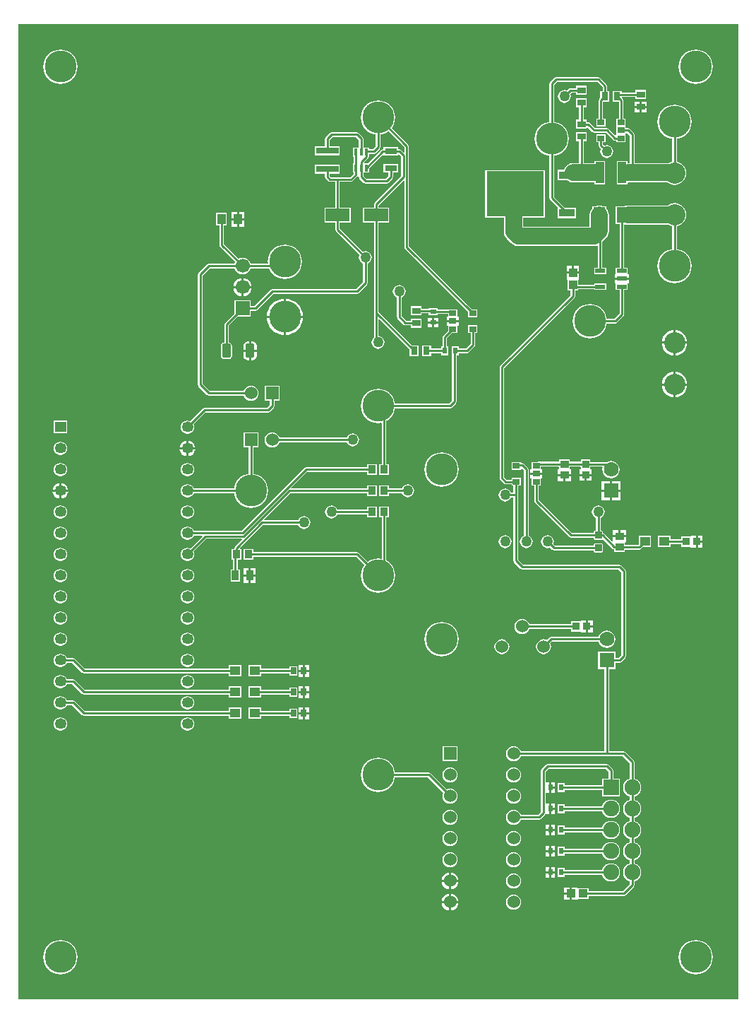
<source format=gtl>
G04 Layer_Physical_Order=1*
G04 Layer_Color=25308*
%FSLAX25Y25*%
%MOIN*%
G70*
G01*
G75*
%ADD10R,0.04921X0.04331*%
%ADD11R,0.03347X0.03740*%
%ADD12R,0.04134X0.03543*%
G04:AMPARAMS|DCode=13|XSize=35mil|YSize=35mil|CornerRadius=4.38mil|HoleSize=0mil|Usage=FLASHONLY|Rotation=270.000|XOffset=0mil|YOffset=0mil|HoleType=Round|Shape=RoundedRectangle|*
%AMROUNDEDRECTD13*
21,1,0.03500,0.02625,0,0,270.0*
21,1,0.02625,0.03500,0,0,270.0*
1,1,0.00875,-0.01313,-0.01313*
1,1,0.00875,-0.01313,0.01313*
1,1,0.00875,0.01313,0.01313*
1,1,0.00875,0.01313,-0.01313*
%
%ADD13ROUNDEDRECTD13*%
%ADD14R,0.04134X0.03937*%
%ADD15R,0.02362X0.03150*%
%ADD16R,0.03543X0.02559*%
%ADD17R,0.03543X0.03347*%
%ADD18R,0.01575X0.03347*%
%ADD19R,0.05512X0.07284*%
%ADD20R,0.03937X0.10236*%
%ADD21R,0.05709X0.03000*%
%ADD22R,0.11417X0.06299*%
%ADD23R,0.10630X0.03150*%
%ADD24R,0.03150X0.03937*%
%ADD25R,0.02756X0.03347*%
%ADD26R,0.03543X0.04134*%
%ADD27R,0.04724X0.02165*%
%ADD28R,0.04000X0.05000*%
%ADD29R,0.07480X0.03740*%
%ADD30R,0.27165X0.21654*%
%ADD31R,0.03543X0.04921*%
%ADD32R,0.03937X0.03150*%
%ADD33R,0.03937X0.04134*%
G04:AMPARAMS|DCode=34|XSize=67.72mil|YSize=41.73mil|CornerRadius=9.81mil|HoleSize=0mil|Usage=FLASHONLY|Rotation=90.000|XOffset=0mil|YOffset=0mil|HoleType=Round|Shape=RoundedRectangle|*
%AMROUNDEDRECTD34*
21,1,0.06772,0.02212,0,0,90.0*
21,1,0.04810,0.04173,0,0,90.0*
1,1,0.01961,0.01106,0.02405*
1,1,0.01961,0.01106,-0.02405*
1,1,0.01961,-0.01106,-0.02405*
1,1,0.01961,-0.01106,0.02405*
%
%ADD34ROUNDEDRECTD34*%
%ADD35R,0.03150X0.02362*%
%ADD36C,0.01000*%
%ADD37C,0.08000*%
%ADD38C,0.06693*%
%ADD39R,0.06693X0.06693*%
%ADD40R,0.06000X0.06000*%
%ADD41C,0.06000*%
%ADD42R,0.07087X0.07087*%
%ADD43C,0.07000*%
%ADD44C,0.15000*%
%ADD45C,0.05000*%
%ADD46R,0.07500X0.07500*%
%ADD47C,0.07500*%
%ADD48C,0.10000*%
%ADD49R,0.05500X0.05000*%
%ADD50O,0.05500X0.05000*%
G36*
X620000Y90000D02*
X280000D01*
Y550000D01*
X620000D01*
Y90000D01*
D02*
G37*
%LPC*%
G36*
X417339Y237673D02*
X415461D01*
Y235500D01*
X417339D01*
Y237673D01*
D02*
G37*
G36*
X360250Y243026D02*
X359750D01*
X358967Y242923D01*
X358237Y242620D01*
X357610Y242140D01*
X357130Y241513D01*
X356827Y240783D01*
X356724Y240000D01*
X356827Y239217D01*
X357130Y238487D01*
X357610Y237860D01*
X358237Y237380D01*
X358967Y237077D01*
X359750Y236974D01*
X360250D01*
X361033Y237077D01*
X361763Y237380D01*
X362390Y237860D01*
X362871Y238487D01*
X363173Y239217D01*
X363276Y240000D01*
X363173Y240783D01*
X362871Y241513D01*
X362390Y242140D01*
X361763Y242620D01*
X361033Y242923D01*
X360250Y243026D01*
D02*
G37*
G36*
X414461Y237673D02*
X412583D01*
Y235500D01*
X414461D01*
Y237673D01*
D02*
G37*
G36*
X300250Y243026D02*
X299750D01*
X298967Y242923D01*
X298237Y242620D01*
X297610Y242140D01*
X297130Y241513D01*
X296827Y240783D01*
X296724Y240000D01*
X296827Y239217D01*
X297130Y238487D01*
X297610Y237860D01*
X298237Y237380D01*
X298967Y237077D01*
X299750Y236974D01*
X300250D01*
X301033Y237077D01*
X301763Y237380D01*
X302390Y237860D01*
X302870Y238487D01*
X303075Y238980D01*
X305578D01*
X310279Y234279D01*
X310610Y234058D01*
X311000Y233980D01*
X379539D01*
Y232335D01*
X385461D01*
Y237665D01*
X379539D01*
Y236020D01*
X311422D01*
X306721Y240721D01*
X306390Y240942D01*
X306000Y241020D01*
X303075D01*
X302870Y241513D01*
X302390Y242140D01*
X301763Y242620D01*
X301033Y242923D01*
X300250Y243026D01*
D02*
G37*
G36*
X394713Y237665D02*
X388791D01*
Y232335D01*
X394713D01*
Y233980D01*
X408161D01*
Y232827D01*
X411917D01*
Y237173D01*
X408161D01*
Y236020D01*
X394713D01*
Y237665D01*
D02*
G37*
G36*
X414461Y244500D02*
X412583D01*
Y242327D01*
X414461D01*
Y244500D01*
D02*
G37*
G36*
Y247673D02*
X412583D01*
Y245500D01*
X414461D01*
Y247673D01*
D02*
G37*
G36*
X417339D02*
X415461D01*
Y245500D01*
X417339D01*
Y247673D01*
D02*
G37*
G36*
X394713Y247665D02*
X388791D01*
Y242335D01*
X394713D01*
Y243980D01*
X408161D01*
Y242827D01*
X411917D01*
Y247173D01*
X408161D01*
Y246020D01*
X394713D01*
Y247665D01*
D02*
G37*
G36*
X417339Y244500D02*
X415461D01*
Y242327D01*
X417339D01*
Y244500D01*
D02*
G37*
G36*
X300250Y253026D02*
X299750D01*
X298967Y252923D01*
X298237Y252621D01*
X297610Y252140D01*
X297130Y251513D01*
X296827Y250783D01*
X296724Y250000D01*
X296827Y249217D01*
X297130Y248487D01*
X297610Y247860D01*
X298237Y247379D01*
X298967Y247077D01*
X299750Y246974D01*
X300250D01*
X301033Y247077D01*
X301763Y247379D01*
X302390Y247860D01*
X302870Y248487D01*
X303075Y248980D01*
X305578D01*
X310279Y244279D01*
X310610Y244058D01*
X311000Y243980D01*
X379539D01*
Y242335D01*
X385461D01*
Y247665D01*
X379539D01*
Y246020D01*
X311422D01*
X306721Y250721D01*
X306390Y250942D01*
X306000Y251020D01*
X303075D01*
X302870Y251513D01*
X302390Y252140D01*
X301763Y252621D01*
X301033Y252923D01*
X300250Y253026D01*
D02*
G37*
G36*
X417339Y224500D02*
X415461D01*
Y222327D01*
X417339D01*
Y224500D01*
D02*
G37*
G36*
X300250Y233026D02*
X299750D01*
X298967Y232923D01*
X298237Y232621D01*
X297610Y232140D01*
X297130Y231513D01*
X296827Y230783D01*
X296724Y230000D01*
X296827Y229217D01*
X297130Y228487D01*
X297610Y227860D01*
X298237Y227379D01*
X298967Y227077D01*
X299750Y226974D01*
X300250D01*
X301033Y227077D01*
X301763Y227379D01*
X302390Y227860D01*
X302870Y228487D01*
X303075Y228980D01*
X305578D01*
X310279Y224279D01*
X310610Y224058D01*
X311000Y223980D01*
X379539D01*
Y222335D01*
X385461D01*
Y227665D01*
X379539D01*
Y226020D01*
X311422D01*
X306721Y230721D01*
X306390Y230942D01*
X306000Y231020D01*
X303075D01*
X302870Y231513D01*
X302390Y232140D01*
X301763Y232621D01*
X301033Y232923D01*
X300250Y233026D01*
D02*
G37*
G36*
X414461Y224500D02*
X412583D01*
Y222327D01*
X414461D01*
Y224500D01*
D02*
G37*
G36*
X300250Y223026D02*
X299750D01*
X298967Y222923D01*
X298237Y222621D01*
X297610Y222140D01*
X297130Y221513D01*
X296827Y220783D01*
X296724Y220000D01*
X296827Y219217D01*
X297130Y218487D01*
X297610Y217860D01*
X298237Y217379D01*
X298967Y217077D01*
X299750Y216974D01*
X300250D01*
X301033Y217077D01*
X301763Y217379D01*
X302390Y217860D01*
X302870Y218487D01*
X303173Y219217D01*
X303276Y220000D01*
X303173Y220783D01*
X302870Y221513D01*
X302390Y222140D01*
X301763Y222621D01*
X301033Y222923D01*
X300250Y223026D01*
D02*
G37*
G36*
X360250D02*
X359750D01*
X358967Y222923D01*
X358237Y222621D01*
X357610Y222140D01*
X357130Y221513D01*
X356827Y220783D01*
X356724Y220000D01*
X356827Y219217D01*
X357130Y218487D01*
X357610Y217860D01*
X358237Y217379D01*
X358967Y217077D01*
X359750Y216974D01*
X360250D01*
X361033Y217077D01*
X361763Y217379D01*
X362390Y217860D01*
X362871Y218487D01*
X363173Y219217D01*
X363276Y220000D01*
X363173Y220783D01*
X362871Y221513D01*
X362390Y222140D01*
X361763Y222621D01*
X361033Y222923D01*
X360250Y223026D01*
D02*
G37*
G36*
X394713Y227665D02*
X388791D01*
Y222335D01*
X394713D01*
Y223980D01*
X408161D01*
Y222827D01*
X411917D01*
Y227173D01*
X408161D01*
Y226020D01*
X394713D01*
Y227665D01*
D02*
G37*
G36*
X414461Y234500D02*
X412583D01*
Y232327D01*
X414461D01*
Y234500D01*
D02*
G37*
G36*
X417339D02*
X415461D01*
Y232327D01*
X417339D01*
Y234500D01*
D02*
G37*
G36*
X360250Y233026D02*
X359750D01*
X358967Y232923D01*
X358237Y232621D01*
X357610Y232140D01*
X357130Y231513D01*
X356827Y230783D01*
X356724Y230000D01*
X356827Y229217D01*
X357130Y228487D01*
X357610Y227860D01*
X358237Y227379D01*
X358967Y227077D01*
X359750Y226974D01*
X360250D01*
X361033Y227077D01*
X361763Y227379D01*
X362390Y227860D01*
X362871Y228487D01*
X363173Y229217D01*
X363276Y230000D01*
X363173Y230783D01*
X362871Y231513D01*
X362390Y232140D01*
X361763Y232621D01*
X361033Y232923D01*
X360250Y233026D01*
D02*
G37*
G36*
X414461Y227673D02*
X412583D01*
Y225500D01*
X414461D01*
Y227673D01*
D02*
G37*
G36*
X417339D02*
X415461D01*
Y225500D01*
X417339D01*
Y227673D01*
D02*
G37*
G36*
X392118Y289500D02*
X389846D01*
Y286539D01*
X392118D01*
Y289500D01*
D02*
G37*
G36*
X300250Y293026D02*
X299750D01*
X298967Y292923D01*
X298237Y292620D01*
X297610Y292140D01*
X297130Y291513D01*
X296827Y290783D01*
X296724Y290000D01*
X296827Y289217D01*
X297130Y288487D01*
X297610Y287860D01*
X298237Y287380D01*
X298967Y287077D01*
X299750Y286974D01*
X300250D01*
X301033Y287077D01*
X301763Y287380D01*
X302390Y287860D01*
X302870Y288487D01*
X303173Y289217D01*
X303276Y290000D01*
X303173Y290783D01*
X302870Y291513D01*
X302390Y292140D01*
X301763Y292620D01*
X301033Y292923D01*
X300250Y293026D01*
D02*
G37*
G36*
X388846Y289500D02*
X386575D01*
Y286539D01*
X388846D01*
Y289500D01*
D02*
G37*
G36*
X300250Y283026D02*
X299750D01*
X298967Y282923D01*
X298237Y282621D01*
X297610Y282140D01*
X297130Y281513D01*
X296827Y280783D01*
X296724Y280000D01*
X296827Y279217D01*
X297130Y278487D01*
X297610Y277860D01*
X298237Y277379D01*
X298967Y277077D01*
X299750Y276974D01*
X300250D01*
X301033Y277077D01*
X301763Y277379D01*
X302390Y277860D01*
X302870Y278487D01*
X303173Y279217D01*
X303276Y280000D01*
X303173Y280783D01*
X302870Y281513D01*
X302390Y282140D01*
X301763Y282621D01*
X301033Y282923D01*
X300250Y283026D01*
D02*
G37*
G36*
X360250D02*
X359750D01*
X358967Y282923D01*
X358237Y282621D01*
X357610Y282140D01*
X357130Y281513D01*
X356827Y280783D01*
X356724Y280000D01*
X356827Y279217D01*
X357130Y278487D01*
X357610Y277860D01*
X358237Y277379D01*
X358967Y277077D01*
X359750Y276974D01*
X360250D01*
X361033Y277077D01*
X361763Y277379D01*
X362390Y277860D01*
X362871Y278487D01*
X363173Y279217D01*
X363276Y280000D01*
X363173Y280783D01*
X362871Y281513D01*
X362390Y282140D01*
X361763Y282621D01*
X361033Y282923D01*
X360250Y283026D01*
D02*
G37*
G36*
Y293026D02*
X359750D01*
X358967Y292923D01*
X358237Y292620D01*
X357610Y292140D01*
X357130Y291513D01*
X356827Y290783D01*
X356724Y290000D01*
X356827Y289217D01*
X357130Y288487D01*
X357610Y287860D01*
X358237Y287380D01*
X358967Y287077D01*
X359750Y286974D01*
X360250D01*
X361033Y287077D01*
X361763Y287380D01*
X362390Y287860D01*
X362871Y288487D01*
X363173Y289217D01*
X363276Y290000D01*
X363173Y290783D01*
X362871Y291513D01*
X362390Y292140D01*
X361763Y292620D01*
X361033Y292923D01*
X360250Y293026D01*
D02*
G37*
G36*
X455126Y322567D02*
X450583D01*
Y317433D01*
X451835D01*
Y298266D01*
X451335Y297907D01*
X450000Y298039D01*
X448432Y297884D01*
X446924Y297427D01*
X445534Y296684D01*
X445108Y296334D01*
X440721Y300721D01*
X440390Y300942D01*
X440000Y301020D01*
X391126D01*
Y302567D01*
X386583D01*
Y297433D01*
X391126D01*
Y298980D01*
X439578D01*
X443666Y294892D01*
X443316Y294466D01*
X442573Y293076D01*
X442116Y291568D01*
X441961Y290000D01*
X442116Y288432D01*
X442573Y286924D01*
X443316Y285534D01*
X444316Y284316D01*
X445534Y283316D01*
X446924Y282573D01*
X448432Y282116D01*
X450000Y281961D01*
X451568Y282116D01*
X453076Y282573D01*
X454466Y283316D01*
X455684Y284316D01*
X456684Y285534D01*
X457427Y286924D01*
X457884Y288432D01*
X458039Y290000D01*
X457884Y291568D01*
X457427Y293076D01*
X456684Y294466D01*
X455684Y295684D01*
X454466Y296684D01*
X453874Y297001D01*
Y317433D01*
X455126D01*
Y322567D01*
D02*
G37*
G36*
X530000Y309026D02*
X529217Y308923D01*
X528487Y308621D01*
X527860Y308140D01*
X527380Y307513D01*
X527077Y306783D01*
X526974Y306000D01*
X527077Y305217D01*
X527380Y304487D01*
X527860Y303860D01*
X528487Y303380D01*
X529217Y303077D01*
X530000Y302974D01*
X530783Y303077D01*
X531277Y303282D01*
X532279Y302279D01*
X532610Y302058D01*
X533000Y301980D01*
X551732D01*
Y301688D01*
X551804Y301322D01*
X552012Y301012D01*
X552322Y300804D01*
X552688Y300732D01*
X555312D01*
X555678Y300804D01*
X555988Y301012D01*
X556196Y301322D01*
X556268Y301688D01*
Y304312D01*
X556196Y304678D01*
X555988Y304988D01*
X555678Y305196D01*
X555312Y305268D01*
X552688D01*
X552322Y305196D01*
X552012Y304988D01*
X551804Y304678D01*
X551732Y304312D01*
Y304020D01*
X533422D01*
X532718Y304724D01*
X532923Y305217D01*
X533026Y306000D01*
X532923Y306783D01*
X532620Y307513D01*
X532140Y308140D01*
X531513Y308621D01*
X530783Y308923D01*
X530000Y309026D01*
D02*
G37*
G36*
X300250Y303026D02*
X299750D01*
X298967Y302923D01*
X298237Y302621D01*
X297610Y302140D01*
X297130Y301513D01*
X296827Y300783D01*
X296724Y300000D01*
X296827Y299217D01*
X297130Y298487D01*
X297610Y297860D01*
X298237Y297379D01*
X298967Y297077D01*
X299750Y296974D01*
X300250D01*
X301033Y297077D01*
X301763Y297379D01*
X302390Y297860D01*
X302870Y298487D01*
X303173Y299217D01*
X303276Y300000D01*
X303173Y300783D01*
X302870Y301513D01*
X302390Y302140D01*
X301763Y302621D01*
X301033Y302923D01*
X300250Y303026D01*
D02*
G37*
G36*
X388846Y293461D02*
X386575D01*
Y290500D01*
X388846D01*
Y293461D01*
D02*
G37*
G36*
X392118D02*
X389846D01*
Y290500D01*
X392118D01*
Y293461D01*
D02*
G37*
G36*
X300250Y263026D02*
X299750D01*
X298967Y262923D01*
X298237Y262620D01*
X297610Y262140D01*
X297130Y261513D01*
X296827Y260783D01*
X296724Y260000D01*
X296827Y259217D01*
X297130Y258487D01*
X297610Y257860D01*
X298237Y257380D01*
X298967Y257077D01*
X299750Y256974D01*
X300250D01*
X301033Y257077D01*
X301763Y257380D01*
X302390Y257860D01*
X302870Y258487D01*
X303173Y259217D01*
X303276Y260000D01*
X303173Y260783D01*
X302870Y261513D01*
X302390Y262140D01*
X301763Y262620D01*
X301033Y262923D01*
X300250Y263026D01*
D02*
G37*
G36*
X360250D02*
X359750D01*
X358967Y262923D01*
X358237Y262620D01*
X357610Y262140D01*
X357130Y261513D01*
X356827Y260783D01*
X356724Y260000D01*
X356827Y259217D01*
X357130Y258487D01*
X357610Y257860D01*
X358237Y257380D01*
X358967Y257077D01*
X359750Y256974D01*
X360250D01*
X361033Y257077D01*
X361763Y257380D01*
X362390Y257860D01*
X362871Y258487D01*
X363173Y259217D01*
X363276Y260000D01*
X363173Y260783D01*
X362871Y261513D01*
X362390Y262140D01*
X361763Y262620D01*
X361033Y262923D01*
X360250Y263026D01*
D02*
G37*
G36*
X508500Y260030D02*
X507586Y259910D01*
X506735Y259557D01*
X506004Y258996D01*
X505443Y258265D01*
X505090Y257414D01*
X504970Y256500D01*
X505090Y255586D01*
X505443Y254735D01*
X506004Y254004D01*
X506735Y253443D01*
X507586Y253090D01*
X508500Y252970D01*
X509414Y253090D01*
X510265Y253443D01*
X510996Y254004D01*
X511557Y254735D01*
X511910Y255586D01*
X512030Y256500D01*
X511910Y257414D01*
X511557Y258265D01*
X510996Y258996D01*
X510265Y259557D01*
X509414Y259910D01*
X508500Y260030D01*
D02*
G37*
G36*
X360250Y253026D02*
X359750D01*
X358967Y252923D01*
X358237Y252621D01*
X357610Y252140D01*
X357130Y251513D01*
X356827Y250783D01*
X356724Y250000D01*
X356827Y249217D01*
X357130Y248487D01*
X357610Y247860D01*
X358237Y247379D01*
X358967Y247077D01*
X359750Y246974D01*
X360250D01*
X361033Y247077D01*
X361763Y247379D01*
X362390Y247860D01*
X362871Y248487D01*
X363173Y249217D01*
X363276Y250000D01*
X363173Y250783D01*
X362871Y251513D01*
X362390Y252140D01*
X361763Y252621D01*
X361033Y252923D01*
X360250Y253026D01*
D02*
G37*
G36*
X480000Y268039D02*
X478432Y267884D01*
X476924Y267427D01*
X475534Y266684D01*
X474316Y265684D01*
X473316Y264466D01*
X472573Y263076D01*
X472116Y261568D01*
X471961Y260000D01*
X472116Y258432D01*
X472573Y256924D01*
X473316Y255534D01*
X474316Y254316D01*
X475534Y253316D01*
X476924Y252573D01*
X478432Y252116D01*
X480000Y251961D01*
X481568Y252116D01*
X483076Y252573D01*
X484466Y253316D01*
X485684Y254316D01*
X486684Y255534D01*
X487427Y256924D01*
X487884Y258432D01*
X488039Y260000D01*
X487884Y261568D01*
X487427Y263076D01*
X486684Y264466D01*
X485684Y265684D01*
X484466Y266684D01*
X483076Y267427D01*
X481568Y267884D01*
X480000Y268039D01*
D02*
G37*
G36*
X558000Y264035D02*
X556956Y263897D01*
X555983Y263494D01*
X555147Y262853D01*
X554506Y262017D01*
X554103Y261044D01*
X554100Y261020D01*
X531685D01*
X531295Y260942D01*
X530964Y260721D01*
X529844Y259601D01*
X529099Y259910D01*
X528185Y260030D01*
X527271Y259910D01*
X526420Y259557D01*
X525689Y258996D01*
X525128Y258265D01*
X524775Y257414D01*
X524655Y256500D01*
X524775Y255586D01*
X525128Y254735D01*
X525689Y254004D01*
X526420Y253443D01*
X527271Y253090D01*
X528185Y252970D01*
X529099Y253090D01*
X529950Y253443D01*
X530681Y254004D01*
X531242Y254735D01*
X531595Y255586D01*
X531715Y256500D01*
X531595Y257414D01*
X531286Y258159D01*
X532107Y258980D01*
X554100D01*
X554103Y258956D01*
X554506Y257983D01*
X555147Y257147D01*
X555983Y256506D01*
X556956Y256103D01*
X558000Y255965D01*
X559044Y256103D01*
X560017Y256506D01*
X560853Y257147D01*
X561494Y257983D01*
X561897Y258956D01*
X562035Y260000D01*
X561897Y261044D01*
X561494Y262017D01*
X560853Y262853D01*
X560017Y263494D01*
X559044Y263897D01*
X558000Y264035D01*
D02*
G37*
G36*
X300250Y273026D02*
X299750D01*
X298967Y272923D01*
X298237Y272621D01*
X297610Y272140D01*
X297130Y271513D01*
X296827Y270783D01*
X296724Y270000D01*
X296827Y269217D01*
X297130Y268487D01*
X297610Y267860D01*
X298237Y267379D01*
X298967Y267077D01*
X299750Y266974D01*
X300250D01*
X301033Y267077D01*
X301763Y267379D01*
X302390Y267860D01*
X302870Y268487D01*
X303173Y269217D01*
X303276Y270000D01*
X303173Y270783D01*
X302870Y271513D01*
X302390Y272140D01*
X301763Y272621D01*
X301033Y272923D01*
X300250Y273026D01*
D02*
G37*
G36*
X360250D02*
X359750D01*
X358967Y272923D01*
X358237Y272621D01*
X357610Y272140D01*
X357130Y271513D01*
X356827Y270783D01*
X356724Y270000D01*
X356827Y269217D01*
X357130Y268487D01*
X357610Y267860D01*
X358237Y267379D01*
X358967Y267077D01*
X359750Y266974D01*
X360250D01*
X361033Y267077D01*
X361763Y267379D01*
X362390Y267860D01*
X362871Y268487D01*
X363173Y269217D01*
X363276Y270000D01*
X363173Y270783D01*
X362871Y271513D01*
X362390Y272140D01*
X361763Y272621D01*
X361033Y272923D01*
X360250Y273026D01*
D02*
G37*
G36*
X551331Y268870D02*
X549157D01*
Y266500D01*
X551331D01*
Y268870D01*
D02*
G37*
G36*
X518000Y269530D02*
X517086Y269410D01*
X516235Y269057D01*
X515504Y268496D01*
X514943Y267765D01*
X514590Y266914D01*
X514470Y266000D01*
X514590Y265086D01*
X514943Y264235D01*
X515504Y263504D01*
X516235Y262943D01*
X517086Y262590D01*
X518000Y262470D01*
X518914Y262590D01*
X519765Y262943D01*
X520496Y263504D01*
X521057Y264235D01*
X521366Y264980D01*
X541169D01*
Y263630D01*
X545484D01*
X545516Y263630D01*
X545984Y263554D01*
Y263130D01*
X548158D01*
Y266000D01*
Y268870D01*
X545984D01*
Y268446D01*
X545984D01*
X545516Y268370D01*
X545484Y268370D01*
X541169D01*
Y267020D01*
X521366D01*
X521057Y267765D01*
X520496Y268496D01*
X519765Y269057D01*
X518914Y269410D01*
X518000Y269530D01*
D02*
G37*
G36*
X551331Y265500D02*
X549157D01*
Y263130D01*
X551331D01*
Y265500D01*
D02*
G37*
G36*
X487500Y209500D02*
X480500D01*
Y202500D01*
X487500D01*
Y209500D01*
D02*
G37*
G36*
X530941Y149500D02*
X529260D01*
Y147425D01*
X530941D01*
Y149500D01*
D02*
G37*
G36*
X533622D02*
X531941D01*
Y147425D01*
X533622D01*
Y149500D01*
D02*
G37*
G36*
X484500Y149969D02*
Y146500D01*
X487969D01*
X487897Y147044D01*
X487494Y148017D01*
X486853Y148853D01*
X486017Y149494D01*
X485044Y149897D01*
X484500Y149969D01*
D02*
G37*
G36*
X514000Y149530D02*
X513086Y149410D01*
X512235Y149057D01*
X511504Y148496D01*
X510943Y147765D01*
X510590Y146914D01*
X510470Y146000D01*
X510590Y145086D01*
X510943Y144235D01*
X511504Y143504D01*
X512235Y142943D01*
X513086Y142590D01*
X514000Y142470D01*
X514914Y142590D01*
X515765Y142943D01*
X516496Y143504D01*
X517057Y144235D01*
X517410Y145086D01*
X517530Y146000D01*
X517410Y146914D01*
X517057Y147765D01*
X516496Y148496D01*
X515765Y149057D01*
X514914Y149410D01*
X514000Y149530D01*
D02*
G37*
G36*
X483500Y149969D02*
X482956Y149897D01*
X481983Y149494D01*
X481147Y148853D01*
X480506Y148017D01*
X480103Y147044D01*
X480031Y146500D01*
X483500D01*
Y149969D01*
D02*
G37*
G36*
X530941Y152575D02*
X529260D01*
Y150500D01*
X530941D01*
Y152575D01*
D02*
G37*
G36*
X514000Y159530D02*
X513086Y159410D01*
X512235Y159057D01*
X511504Y158496D01*
X510943Y157765D01*
X510590Y156914D01*
X510470Y156000D01*
X510590Y155086D01*
X510943Y154235D01*
X511504Y153504D01*
X512235Y152943D01*
X513086Y152590D01*
X514000Y152470D01*
X514914Y152590D01*
X515765Y152943D01*
X516496Y153504D01*
X517057Y154235D01*
X517410Y155086D01*
X517530Y156000D01*
X517410Y156914D01*
X517057Y157765D01*
X516496Y158496D01*
X515765Y159057D01*
X514914Y159410D01*
X514000Y159530D01*
D02*
G37*
G36*
X530941Y159500D02*
X529260D01*
Y157425D01*
X530941D01*
Y159500D01*
D02*
G37*
G36*
X484000Y159530D02*
X483086Y159410D01*
X482235Y159057D01*
X481504Y158496D01*
X480943Y157765D01*
X480590Y156914D01*
X480470Y156000D01*
X480590Y155086D01*
X480943Y154235D01*
X481504Y153504D01*
X482235Y152943D01*
X483086Y152590D01*
X484000Y152470D01*
X484914Y152590D01*
X485765Y152943D01*
X486496Y153504D01*
X487057Y154235D01*
X487410Y155086D01*
X487530Y156000D01*
X487410Y156914D01*
X487057Y157765D01*
X486496Y158496D01*
X485765Y159057D01*
X484914Y159410D01*
X484000Y159530D01*
D02*
G37*
G36*
X533622Y152575D02*
X531941D01*
Y150500D01*
X533622D01*
Y152575D01*
D02*
G37*
G36*
X560000Y154287D02*
X558890Y154141D01*
X557857Y153712D01*
X556969Y153031D01*
X556288Y152143D01*
X555859Y151110D01*
X555848Y151020D01*
X538240D01*
Y152075D01*
X534878D01*
Y147925D01*
X538240D01*
Y148980D01*
X555848D01*
X555859Y148890D01*
X556288Y147857D01*
X556969Y146969D01*
X557857Y146288D01*
X558890Y145859D01*
X560000Y145713D01*
X561109Y145859D01*
X562143Y146288D01*
X563031Y146969D01*
X563712Y147857D01*
X564141Y148890D01*
X564287Y150000D01*
X564141Y151110D01*
X563712Y152143D01*
X563031Y153031D01*
X562143Y153712D01*
X561109Y154141D01*
X560000Y154287D01*
D02*
G37*
G36*
X487969Y135500D02*
X484500D01*
Y132031D01*
X485044Y132103D01*
X486017Y132506D01*
X486853Y133147D01*
X487494Y133983D01*
X487897Y134956D01*
X487969Y135500D01*
D02*
G37*
G36*
X514000Y139530D02*
X513086Y139410D01*
X512235Y139057D01*
X511504Y138496D01*
X510943Y137765D01*
X510590Y136914D01*
X510470Y136000D01*
X510590Y135086D01*
X510943Y134235D01*
X511504Y133504D01*
X512235Y132943D01*
X513086Y132590D01*
X514000Y132470D01*
X514914Y132590D01*
X515765Y132943D01*
X516496Y133504D01*
X517057Y134235D01*
X517410Y135086D01*
X517530Y136000D01*
X517410Y136914D01*
X517057Y137765D01*
X516496Y138496D01*
X515765Y139057D01*
X514914Y139410D01*
X514000Y139530D01*
D02*
G37*
G36*
X483500Y135500D02*
X480031D01*
X480103Y134956D01*
X480506Y133983D01*
X481147Y133147D01*
X481983Y132506D01*
X482956Y132103D01*
X483500Y132031D01*
Y135500D01*
D02*
G37*
G36*
X300000Y118039D02*
X298432Y117884D01*
X296924Y117427D01*
X295534Y116684D01*
X294316Y115684D01*
X293316Y114466D01*
X292573Y113076D01*
X292116Y111568D01*
X291961Y110000D01*
X292116Y108432D01*
X292573Y106924D01*
X293316Y105534D01*
X294316Y104316D01*
X295534Y103316D01*
X296924Y102573D01*
X298432Y102116D01*
X300000Y101961D01*
X301568Y102116D01*
X303076Y102573D01*
X304466Y103316D01*
X305684Y104316D01*
X306684Y105534D01*
X307427Y106924D01*
X307884Y108432D01*
X308039Y110000D01*
X307884Y111568D01*
X307427Y113076D01*
X306684Y114466D01*
X305684Y115684D01*
X304466Y116684D01*
X303076Y117427D01*
X301568Y117884D01*
X300000Y118039D01*
D02*
G37*
G36*
X600000D02*
X598432Y117884D01*
X596924Y117427D01*
X595534Y116684D01*
X594316Y115684D01*
X593316Y114466D01*
X592573Y113076D01*
X592116Y111568D01*
X591961Y110000D01*
X592116Y108432D01*
X592573Y106924D01*
X593316Y105534D01*
X594316Y104316D01*
X595534Y103316D01*
X596924Y102573D01*
X598432Y102116D01*
X600000Y101961D01*
X601568Y102116D01*
X603076Y102573D01*
X604466Y103316D01*
X605684Y104316D01*
X606684Y105534D01*
X607427Y106924D01*
X607884Y108432D01*
X608039Y110000D01*
X607884Y111568D01*
X607427Y113076D01*
X606684Y114466D01*
X605684Y115684D01*
X604466Y116684D01*
X603076Y117427D01*
X601568Y117884D01*
X600000Y118039D01*
D02*
G37*
G36*
X483500Y139969D02*
X482956Y139897D01*
X481983Y139494D01*
X481147Y138853D01*
X480506Y138017D01*
X480103Y137044D01*
X480031Y136500D01*
X483500D01*
Y139969D01*
D02*
G37*
G36*
Y145500D02*
X480031D01*
X480103Y144956D01*
X480506Y143983D01*
X481147Y143147D01*
X481983Y142506D01*
X482956Y142103D01*
X483500Y142031D01*
Y145500D01*
D02*
G37*
G36*
X487969D02*
X484500D01*
Y142031D01*
X485044Y142103D01*
X486017Y142506D01*
X486853Y143147D01*
X487494Y143983D01*
X487897Y144956D01*
X487969Y145500D01*
D02*
G37*
G36*
X540547Y142968D02*
X537980D01*
Y140500D01*
X540547D01*
Y142968D01*
D02*
G37*
G36*
X484500Y139969D02*
Y136500D01*
X487969D01*
X487897Y137044D01*
X487494Y138017D01*
X486853Y138853D01*
X486017Y139494D01*
X485044Y139897D01*
X484500Y139969D01*
D02*
G37*
G36*
X540547Y139500D02*
X537980D01*
Y137031D01*
X540547D01*
Y139500D01*
D02*
G37*
G36*
X560000Y184287D02*
X558890Y184141D01*
X557857Y183712D01*
X556969Y183031D01*
X556288Y182143D01*
X555859Y181109D01*
X555848Y181020D01*
X538240D01*
Y182075D01*
X534878D01*
Y177925D01*
X538240D01*
Y178980D01*
X555848D01*
X555859Y178891D01*
X556288Y177857D01*
X556969Y176969D01*
X557857Y176288D01*
X558890Y175859D01*
X560000Y175713D01*
X561109Y175859D01*
X562143Y176288D01*
X563031Y176969D01*
X563712Y177857D01*
X564141Y178891D01*
X564287Y180000D01*
X564141Y181109D01*
X563712Y182143D01*
X563031Y183031D01*
X562143Y183712D01*
X561109Y184141D01*
X560000Y184287D01*
D02*
G37*
G36*
X450000Y204039D02*
X448432Y203884D01*
X446924Y203427D01*
X445534Y202684D01*
X444316Y201684D01*
X443316Y200466D01*
X442573Y199076D01*
X442116Y197568D01*
X441961Y196000D01*
X442116Y194432D01*
X442573Y192924D01*
X443316Y191534D01*
X444316Y190316D01*
X445534Y189316D01*
X446924Y188573D01*
X448432Y188116D01*
X450000Y187961D01*
X451568Y188116D01*
X453076Y188573D01*
X454466Y189316D01*
X455684Y190316D01*
X456684Y191534D01*
X457427Y192924D01*
X457884Y194432D01*
X457938Y194980D01*
X473578D01*
X480899Y187659D01*
X480590Y186914D01*
X480470Y186000D01*
X480590Y185086D01*
X480943Y184235D01*
X481504Y183504D01*
X482235Y182943D01*
X483086Y182590D01*
X484000Y182470D01*
X484914Y182590D01*
X485765Y182943D01*
X486496Y183504D01*
X487057Y184235D01*
X487410Y185086D01*
X487530Y186000D01*
X487410Y186914D01*
X487057Y187765D01*
X486496Y188496D01*
X485765Y189057D01*
X484914Y189410D01*
X484000Y189530D01*
X483086Y189410D01*
X482341Y189101D01*
X474721Y196721D01*
X474390Y196942D01*
X474000Y197020D01*
X457938D01*
X457884Y197568D01*
X457427Y199076D01*
X456684Y200466D01*
X455684Y201684D01*
X454466Y202684D01*
X453076Y203427D01*
X451568Y203884D01*
X450000Y204039D01*
D02*
G37*
G36*
X531941Y182575D02*
Y180500D01*
X533622D01*
Y182575D01*
X531941D01*
D02*
G37*
G36*
X484000Y179530D02*
X483086Y179410D01*
X482235Y179057D01*
X481504Y178496D01*
X480943Y177765D01*
X480590Y176914D01*
X480470Y176000D01*
X480590Y175086D01*
X480943Y174235D01*
X481504Y173504D01*
X482235Y172943D01*
X483086Y172590D01*
X484000Y172470D01*
X484914Y172590D01*
X485765Y172943D01*
X486496Y173504D01*
X487057Y174235D01*
X487410Y175086D01*
X487530Y176000D01*
X487410Y176914D01*
X487057Y177765D01*
X486496Y178496D01*
X485765Y179057D01*
X484914Y179410D01*
X484000Y179530D01*
D02*
G37*
G36*
X533622Y179500D02*
X531941D01*
Y177425D01*
X533622D01*
Y179500D01*
D02*
G37*
G36*
X514000Y189530D02*
X513086Y189410D01*
X512235Y189057D01*
X511504Y188496D01*
X510943Y187765D01*
X510590Y186914D01*
X510470Y186000D01*
X510590Y185086D01*
X510943Y184235D01*
X511504Y183504D01*
X512235Y182943D01*
X513086Y182590D01*
X514000Y182470D01*
X514914Y182590D01*
X515765Y182943D01*
X516496Y183504D01*
X517057Y184235D01*
X517410Y185086D01*
X517530Y186000D01*
X517410Y186914D01*
X517057Y187765D01*
X516496Y188496D01*
X515765Y189057D01*
X514914Y189410D01*
X514000Y189530D01*
D02*
G37*
G36*
X484000Y199530D02*
X483086Y199410D01*
X482235Y199057D01*
X481504Y198496D01*
X480943Y197765D01*
X480590Y196914D01*
X480470Y196000D01*
X480590Y195086D01*
X480943Y194235D01*
X481504Y193504D01*
X482235Y192943D01*
X483086Y192590D01*
X484000Y192470D01*
X484914Y192590D01*
X485765Y192943D01*
X486496Y193504D01*
X487057Y194235D01*
X487410Y195086D01*
X487530Y196000D01*
X487410Y196914D01*
X487057Y197765D01*
X486496Y198496D01*
X485765Y199057D01*
X484914Y199410D01*
X484000Y199530D01*
D02*
G37*
G36*
X514000D02*
X513086Y199410D01*
X512235Y199057D01*
X511504Y198496D01*
X510943Y197765D01*
X510590Y196914D01*
X510470Y196000D01*
X510590Y195086D01*
X510943Y194235D01*
X511504Y193504D01*
X512235Y192943D01*
X513086Y192590D01*
X514000Y192470D01*
X514914Y192590D01*
X515765Y192943D01*
X516496Y193504D01*
X517057Y194235D01*
X517410Y195086D01*
X517530Y196000D01*
X517410Y196914D01*
X517057Y197765D01*
X516496Y198496D01*
X515765Y199057D01*
X514914Y199410D01*
X514000Y199530D01*
D02*
G37*
G36*
X558000Y201020D02*
X530000D01*
X529610Y200942D01*
X529279Y200721D01*
X527279Y198721D01*
X527058Y198390D01*
X526980Y198000D01*
Y178422D01*
X525578Y177020D01*
X517366D01*
X517057Y177765D01*
X516496Y178496D01*
X515765Y179057D01*
X514914Y179410D01*
X514000Y179530D01*
X513086Y179410D01*
X512235Y179057D01*
X511504Y178496D01*
X510943Y177765D01*
X510590Y176914D01*
X510470Y176000D01*
X510590Y175086D01*
X510943Y174235D01*
X511504Y173504D01*
X512235Y172943D01*
X513086Y172590D01*
X514000Y172470D01*
X514914Y172590D01*
X515765Y172943D01*
X516496Y173504D01*
X517057Y174235D01*
X517366Y174980D01*
X526000D01*
X526390Y175058D01*
X526721Y175279D01*
X528721Y177279D01*
X528782Y177371D01*
X529260Y177425D01*
X529279D01*
X529374Y177425D01*
X529376D01*
X530941D01*
Y180000D01*
Y182575D01*
X529520D01*
X529260Y182575D01*
X529020Y182975D01*
Y182975D01*
Y187025D01*
X529260Y187425D01*
X529520Y187425D01*
X530941D01*
Y190000D01*
Y192575D01*
X529520D01*
X529260Y192575D01*
X529020Y192975D01*
X529020Y192975D01*
Y197578D01*
X530422Y198980D01*
X557578D01*
X558980Y197578D01*
Y194250D01*
X555750D01*
Y191020D01*
X538240D01*
Y192075D01*
X534878D01*
Y187925D01*
X538240D01*
Y188980D01*
X555750D01*
Y185750D01*
X564250D01*
Y194250D01*
X561020D01*
Y198000D01*
X560942Y198390D01*
X560721Y198721D01*
X558721Y200721D01*
X558390Y200942D01*
X558000Y201020D01*
D02*
G37*
G36*
X533622Y189500D02*
X531941D01*
Y187425D01*
X533622D01*
Y189500D01*
D02*
G37*
G36*
X531941Y192575D02*
Y190500D01*
X533622D01*
Y192575D01*
X531941D01*
D02*
G37*
G36*
X560000Y164287D02*
X558890Y164141D01*
X557857Y163712D01*
X556969Y163031D01*
X556288Y162143D01*
X555859Y161109D01*
X555848Y161020D01*
X538240D01*
Y162075D01*
X534878D01*
Y157925D01*
X538240D01*
Y158980D01*
X555848D01*
X555859Y158890D01*
X556288Y157857D01*
X556969Y156969D01*
X557857Y156288D01*
X558890Y155859D01*
X560000Y155713D01*
X561109Y155859D01*
X562143Y156288D01*
X563031Y156969D01*
X563712Y157857D01*
X564141Y158890D01*
X564287Y160000D01*
X564141Y161109D01*
X563712Y162143D01*
X563031Y163031D01*
X562143Y163712D01*
X561109Y164141D01*
X560000Y164287D01*
D02*
G37*
G36*
X484000Y169530D02*
X483086Y169410D01*
X482235Y169057D01*
X481504Y168496D01*
X480943Y167765D01*
X480590Y166914D01*
X480470Y166000D01*
X480590Y165086D01*
X480943Y164235D01*
X481504Y163504D01*
X482235Y162943D01*
X483086Y162590D01*
X484000Y162470D01*
X484914Y162590D01*
X485765Y162943D01*
X486496Y163504D01*
X487057Y164235D01*
X487410Y165086D01*
X487530Y166000D01*
X487410Y166914D01*
X487057Y167765D01*
X486496Y168496D01*
X485765Y169057D01*
X484914Y169410D01*
X484000Y169530D01*
D02*
G37*
G36*
X533622Y162575D02*
X531941D01*
Y160500D01*
X533622D01*
Y162575D01*
D02*
G37*
G36*
Y159500D02*
X531941D01*
Y157425D01*
X533622D01*
Y159500D01*
D02*
G37*
G36*
X530941Y162575D02*
X529260D01*
Y160500D01*
X530941D01*
Y162575D01*
D02*
G37*
G36*
X514000Y169530D02*
X513086Y169410D01*
X512235Y169057D01*
X511504Y168496D01*
X510943Y167765D01*
X510590Y166914D01*
X510470Y166000D01*
X510590Y165086D01*
X510943Y164235D01*
X511504Y163504D01*
X512235Y162943D01*
X513086Y162590D01*
X514000Y162470D01*
X514914Y162590D01*
X515765Y162943D01*
X516496Y163504D01*
X517057Y164235D01*
X517410Y165086D01*
X517530Y166000D01*
X517410Y166914D01*
X517057Y167765D01*
X516496Y168496D01*
X515765Y169057D01*
X514914Y169410D01*
X514000Y169530D01*
D02*
G37*
G36*
X533622Y172575D02*
X531941D01*
Y170500D01*
X533622D01*
Y172575D01*
D02*
G37*
G36*
X560000Y174287D02*
X558890Y174141D01*
X557857Y173712D01*
X556969Y173031D01*
X556288Y172143D01*
X555859Y171109D01*
X555848Y171020D01*
X538240D01*
Y172075D01*
X534878D01*
Y167925D01*
X538240D01*
Y168980D01*
X555848D01*
X555859Y168891D01*
X556288Y167857D01*
X556969Y166969D01*
X557857Y166288D01*
X558890Y165859D01*
X560000Y165713D01*
X561109Y165859D01*
X562143Y166288D01*
X563031Y166969D01*
X563712Y167857D01*
X564141Y168891D01*
X564287Y170000D01*
X564141Y171109D01*
X563712Y172143D01*
X563031Y173031D01*
X562143Y173712D01*
X561109Y174141D01*
X560000Y174287D01*
D02*
G37*
G36*
X530941Y172575D02*
X529260D01*
Y170500D01*
X530941D01*
Y172575D01*
D02*
G37*
G36*
Y169500D02*
X529260D01*
Y167425D01*
X530941D01*
Y169500D01*
D02*
G37*
G36*
X533622D02*
X531941D01*
Y167425D01*
X533622D01*
Y169500D01*
D02*
G37*
G36*
X527496Y337500D02*
X521953D01*
Y335720D01*
X522453D01*
Y332480D01*
X523705D01*
Y325276D01*
X523782Y324885D01*
X524003Y324555D01*
X540279Y308279D01*
X540610Y308058D01*
X541000Y307980D01*
X551732D01*
Y307687D01*
X551804Y307322D01*
X552012Y307012D01*
X552322Y306804D01*
X552688Y306732D01*
X555312D01*
X555678Y306804D01*
X555988Y307012D01*
X556572Y306986D01*
X560936Y302622D01*
X561267Y302400D01*
X561433Y302368D01*
Y301071D01*
X566567D01*
Y302323D01*
X573343D01*
X573733Y302400D01*
X574063Y302622D01*
X574777Y303335D01*
X578961D01*
Y308665D01*
X573039D01*
Y304481D01*
X572920Y304362D01*
X566921D01*
X566567Y304716D01*
Y305386D01*
X566567Y305614D01*
X566954Y305886D01*
X566954Y305886D01*
X567067D01*
Y308157D01*
X560933D01*
Y306216D01*
X560433Y306009D01*
X556721Y309721D01*
X556390Y309942D01*
X556268Y309966D01*
Y310313D01*
X556196Y310678D01*
X555988Y310988D01*
X555678Y311196D01*
X555312Y311268D01*
X555020D01*
Y317175D01*
X555513Y317379D01*
X556140Y317860D01*
X556621Y318487D01*
X556923Y319217D01*
X557026Y320000D01*
X556923Y320783D01*
X556621Y321513D01*
X556140Y322140D01*
X555513Y322621D01*
X554783Y322923D01*
X554000Y323026D01*
X553217Y322923D01*
X552487Y322621D01*
X551860Y322140D01*
X551379Y321513D01*
X551077Y320783D01*
X550974Y320000D01*
X551077Y319217D01*
X551379Y318487D01*
X551860Y317860D01*
X552487Y317379D01*
X552980Y317175D01*
Y311268D01*
X552688D01*
X552322Y311196D01*
X552012Y310988D01*
X551804Y310678D01*
X551732Y310313D01*
Y310020D01*
X541422D01*
X525744Y325698D01*
Y332480D01*
X526996D01*
Y335720D01*
X527496D01*
Y337500D01*
D02*
G37*
G36*
X470469Y417028D02*
X465531D01*
Y412878D01*
X470469D01*
Y413933D01*
X473925D01*
Y412878D01*
X478075D01*
Y413540D01*
X483004D01*
Y412280D01*
X482504D01*
Y410500D01*
X488047D01*
Y412280D01*
X487547D01*
Y415520D01*
X484753D01*
X484457Y415579D01*
X478075D01*
Y416240D01*
X473925D01*
Y415972D01*
X470469D01*
Y417028D01*
D02*
G37*
G36*
X568481Y429500D02*
X561757D01*
Y427917D01*
X561788D01*
X562257Y427843D01*
X562257Y427418D01*
Y424678D01*
X564099D01*
Y413541D01*
X561578Y411020D01*
X557938D01*
X557884Y411568D01*
X557427Y413076D01*
X556684Y414466D01*
X555684Y415684D01*
X554466Y416684D01*
X553076Y417427D01*
X551568Y417884D01*
X550000Y418039D01*
X548432Y417884D01*
X546924Y417427D01*
X545534Y416684D01*
X544316Y415684D01*
X543316Y414466D01*
X542573Y413076D01*
X542116Y411568D01*
X541961Y410000D01*
X542116Y408432D01*
X542573Y406924D01*
X543316Y405534D01*
X544316Y404316D01*
X545534Y403316D01*
X546924Y402573D01*
X548432Y402116D01*
X550000Y401961D01*
X551568Y402116D01*
X553076Y402573D01*
X554466Y403316D01*
X555684Y404316D01*
X556684Y405534D01*
X557427Y406924D01*
X557884Y408432D01*
X557938Y408980D01*
X562000D01*
X562390Y409058D01*
X562721Y409279D01*
X565840Y412398D01*
X566061Y412729D01*
X566139Y413119D01*
Y424678D01*
X567981D01*
Y427418D01*
X567981Y427843D01*
X568450Y427917D01*
X568481D01*
Y429500D01*
D02*
G37*
G36*
X478575Y411622D02*
X476500D01*
Y409941D01*
X478575D01*
Y411622D01*
D02*
G37*
G36*
Y408941D02*
X476500D01*
Y407260D01*
X478575D01*
Y408941D01*
D02*
G37*
G36*
X475500Y411622D02*
X473425D01*
Y409941D01*
X475500D01*
Y411622D01*
D02*
G37*
G36*
X405500Y420492D02*
X404334Y420377D01*
X402731Y419891D01*
X401255Y419102D01*
X399960Y418040D01*
X398898Y416745D01*
X398109Y415269D01*
X397623Y413666D01*
X397508Y412500D01*
X405500D01*
Y420492D01*
D02*
G37*
G36*
X544969Y432453D02*
X539032D01*
Y429886D01*
X539144D01*
X539532Y429614D01*
X539532Y429386D01*
Y424480D01*
X540980D01*
Y422301D01*
X507799Y389119D01*
X507578Y388789D01*
X507500Y388398D01*
Y336000D01*
X507578Y335610D01*
X507799Y335279D01*
X509539Y333539D01*
X509870Y333318D01*
X510260Y333240D01*
X513004D01*
Y332480D01*
X513980D01*
Y329020D01*
X512825D01*
X512620Y329513D01*
X512140Y330140D01*
X511513Y330621D01*
X510783Y330923D01*
X510000Y331026D01*
X509217Y330923D01*
X508487Y330621D01*
X507860Y330140D01*
X507379Y329513D01*
X507077Y328783D01*
X506974Y328000D01*
X507077Y327217D01*
X507379Y326487D01*
X507860Y325860D01*
X508487Y325379D01*
X509217Y325077D01*
X510000Y324974D01*
X510783Y325077D01*
X511513Y325379D01*
X512140Y325860D01*
X512620Y326487D01*
X512825Y326980D01*
X513980D01*
Y297000D01*
X514058Y296610D01*
X514279Y296279D01*
X517279Y293279D01*
X517610Y293058D01*
X518000Y292980D01*
X563578D01*
X564980Y291578D01*
Y252422D01*
X563578Y251020D01*
X562043D01*
Y254043D01*
X553957D01*
Y245957D01*
X556980D01*
Y207020D01*
X517366D01*
X517057Y207765D01*
X516496Y208496D01*
X515765Y209057D01*
X514914Y209410D01*
X514000Y209530D01*
X513086Y209410D01*
X512235Y209057D01*
X511504Y208496D01*
X510943Y207765D01*
X510590Y206914D01*
X510470Y206000D01*
X510590Y205086D01*
X510943Y204235D01*
X511504Y203504D01*
X512235Y202943D01*
X513086Y202590D01*
X514000Y202470D01*
X514914Y202590D01*
X515765Y202943D01*
X516496Y203504D01*
X517057Y204235D01*
X517366Y204980D01*
X565578D01*
X568980Y201578D01*
Y194152D01*
X568890Y194141D01*
X567857Y193712D01*
X566969Y193031D01*
X566288Y192143D01*
X565859Y191110D01*
X565713Y190000D01*
X565859Y188891D01*
X566288Y187857D01*
X566969Y186969D01*
X567857Y186288D01*
X568890Y185859D01*
X568980Y185848D01*
Y184152D01*
X568890Y184141D01*
X567857Y183712D01*
X566969Y183031D01*
X566288Y182143D01*
X565859Y181109D01*
X565713Y180000D01*
X565859Y178891D01*
X566288Y177857D01*
X566969Y176969D01*
X567857Y176288D01*
X568890Y175859D01*
X568980Y175848D01*
Y174152D01*
X568890Y174141D01*
X567857Y173712D01*
X566969Y173031D01*
X566288Y172143D01*
X565859Y171109D01*
X565713Y170000D01*
X565859Y168891D01*
X566288Y167857D01*
X566969Y166969D01*
X567857Y166288D01*
X568890Y165859D01*
X568980Y165848D01*
Y164152D01*
X568890Y164141D01*
X567857Y163712D01*
X566969Y163031D01*
X566288Y162143D01*
X565859Y161109D01*
X565713Y160000D01*
X565859Y158890D01*
X566288Y157857D01*
X566969Y156969D01*
X567857Y156288D01*
X568890Y155859D01*
X568980Y155848D01*
Y154152D01*
X568890Y154141D01*
X567857Y153712D01*
X566969Y153031D01*
X566288Y152143D01*
X565859Y151110D01*
X565713Y150000D01*
X565859Y148890D01*
X566288Y147857D01*
X566969Y146969D01*
X567857Y146288D01*
X568890Y145859D01*
X568980Y145848D01*
Y144422D01*
X565578Y141020D01*
X549520D01*
Y142469D01*
X544614D01*
X544386Y142469D01*
X544114Y142856D01*
X544114Y142856D01*
Y142968D01*
X541547D01*
Y140000D01*
Y137031D01*
X544114D01*
Y137144D01*
X544386Y137531D01*
X544614Y137531D01*
X549520D01*
Y138980D01*
X566000D01*
X566390Y139058D01*
X566721Y139279D01*
X570721Y143279D01*
X570942Y143610D01*
X571020Y144000D01*
Y145848D01*
X571109Y145859D01*
X572143Y146288D01*
X573031Y146969D01*
X573712Y147857D01*
X574141Y148890D01*
X574287Y150000D01*
X574141Y151110D01*
X573712Y152143D01*
X573031Y153031D01*
X572143Y153712D01*
X571109Y154141D01*
X571020Y154152D01*
Y155848D01*
X571109Y155859D01*
X572143Y156288D01*
X573031Y156969D01*
X573712Y157857D01*
X574141Y158890D01*
X574287Y160000D01*
X574141Y161109D01*
X573712Y162143D01*
X573031Y163031D01*
X572143Y163712D01*
X571109Y164141D01*
X571020Y164152D01*
Y165848D01*
X571109Y165859D01*
X572143Y166288D01*
X573031Y166969D01*
X573712Y167857D01*
X574141Y168891D01*
X574287Y170000D01*
X574141Y171109D01*
X573712Y172143D01*
X573031Y173031D01*
X572143Y173712D01*
X571109Y174141D01*
X571020Y174152D01*
Y175848D01*
X571109Y175859D01*
X572143Y176288D01*
X573031Y176969D01*
X573712Y177857D01*
X574141Y178891D01*
X574287Y180000D01*
X574141Y181109D01*
X573712Y182143D01*
X573031Y183031D01*
X572143Y183712D01*
X571109Y184141D01*
X571020Y184152D01*
Y185848D01*
X571109Y185859D01*
X572143Y186288D01*
X573031Y186969D01*
X573712Y187857D01*
X574141Y188891D01*
X574287Y190000D01*
X574141Y191110D01*
X573712Y192143D01*
X573031Y193031D01*
X572143Y193712D01*
X571109Y194141D01*
X571020Y194152D01*
Y202000D01*
X570942Y202390D01*
X570721Y202721D01*
X566721Y206721D01*
X566390Y206942D01*
X566000Y207020D01*
X559020D01*
Y245957D01*
X562043D01*
Y248980D01*
X564000D01*
X564390Y249058D01*
X564721Y249279D01*
X566721Y251279D01*
X566942Y251610D01*
X567020Y252000D01*
Y292000D01*
X566942Y292390D01*
X566721Y292721D01*
X564721Y294721D01*
X564390Y294942D01*
X564000Y295020D01*
X518422D01*
X516020Y297422D01*
Y328000D01*
Y332480D01*
X517547D01*
Y336039D01*
X513004D01*
Y335279D01*
X510682D01*
X509539Y336422D01*
Y387976D01*
X542721Y421158D01*
X542942Y421489D01*
X543020Y421879D01*
Y424480D01*
X544468D01*
Y425240D01*
X552019D01*
Y424678D01*
X557743D01*
Y427843D01*
X552019D01*
Y427280D01*
X544822D01*
X544468Y427633D01*
Y429386D01*
X544468Y429614D01*
X544856Y429886D01*
X544856Y429886D01*
X544969D01*
Y432453D01*
D02*
G37*
G36*
X385500Y430318D02*
X384865Y430235D01*
X383808Y429797D01*
X382900Y429100D01*
X382203Y428192D01*
X381765Y427135D01*
X381682Y426500D01*
X385500D01*
Y430318D01*
D02*
G37*
G36*
X390318Y425500D02*
X386500D01*
Y421682D01*
X387135Y421765D01*
X388192Y422203D01*
X389100Y422900D01*
X389797Y423808D01*
X390235Y424865D01*
X390318Y425500D01*
D02*
G37*
G36*
X406500Y420492D02*
Y412500D01*
X414492D01*
X414377Y413666D01*
X413891Y415269D01*
X413102Y416745D01*
X412040Y418040D01*
X410745Y419102D01*
X409269Y419891D01*
X407666Y420377D01*
X406500Y420492D01*
D02*
G37*
G36*
X385500Y425500D02*
X381682D01*
X381765Y424865D01*
X382203Y423808D01*
X382900Y422900D01*
X383808Y422203D01*
X384865Y421765D01*
X385500Y421682D01*
Y425500D01*
D02*
G37*
G36*
X488047Y409500D02*
X482504D01*
Y407721D01*
X483004D01*
Y405430D01*
X480720Y403146D01*
X480499Y402815D01*
X480421Y402425D01*
Y398075D01*
X479760D01*
Y397020D01*
X475028D01*
Y398468D01*
X470878D01*
Y393531D01*
X475028D01*
Y394980D01*
X479760D01*
Y393925D01*
X483122D01*
Y398075D01*
X482460D01*
Y402003D01*
X484938Y404480D01*
X487547D01*
Y407721D01*
X488047D01*
Y409500D01*
D02*
G37*
G36*
X496996Y408039D02*
X492453D01*
Y404480D01*
X493705D01*
Y399147D01*
X491578Y397020D01*
X488240D01*
Y398075D01*
X484878D01*
Y393925D01*
X484980D01*
Y372422D01*
X483578Y371020D01*
X457938D01*
X457884Y371568D01*
X457427Y373076D01*
X456684Y374466D01*
X455684Y375684D01*
X454466Y376684D01*
X453076Y377427D01*
X451568Y377884D01*
X450000Y378039D01*
X448432Y377884D01*
X446924Y377427D01*
X445534Y376684D01*
X444316Y375684D01*
X443316Y374466D01*
X442573Y373076D01*
X442116Y371568D01*
X441961Y370000D01*
X442116Y368432D01*
X442573Y366924D01*
X443316Y365534D01*
X444316Y364316D01*
X445534Y363316D01*
X446924Y362573D01*
X448432Y362116D01*
X450000Y361961D01*
X451335Y362093D01*
X451835Y361734D01*
Y342567D01*
X450583D01*
Y337433D01*
X455126D01*
Y342567D01*
X453874D01*
Y363000D01*
X454466Y363316D01*
X455684Y364316D01*
X456684Y365534D01*
X457427Y366924D01*
X457884Y368432D01*
X457938Y368980D01*
X484000D01*
X484390Y369058D01*
X484721Y369279D01*
X486721Y371279D01*
X486942Y371610D01*
X487020Y372000D01*
Y393925D01*
X488240D01*
Y394980D01*
X492000D01*
X492390Y395058D01*
X492721Y395279D01*
X495445Y398004D01*
X495666Y398334D01*
X495744Y398724D01*
Y404480D01*
X496996D01*
Y408039D01*
D02*
G37*
G36*
X390716Y400425D02*
X390110D01*
Y396500D01*
X392736D01*
Y398405D01*
X392582Y399178D01*
X392144Y399833D01*
X391489Y400271D01*
X390716Y400425D01*
D02*
G37*
G36*
X595980Y399343D02*
X590500D01*
Y393863D01*
X591176Y393929D01*
X592307Y394272D01*
X593350Y394830D01*
X594263Y395579D01*
X595013Y396493D01*
X595570Y397535D01*
X595913Y398666D01*
X595980Y399343D01*
D02*
G37*
G36*
X389110Y400425D02*
X388504D01*
X387732Y400271D01*
X387076Y399833D01*
X386639Y399178D01*
X386485Y398405D01*
Y396500D01*
X389110D01*
Y400425D01*
D02*
G37*
G36*
X589500Y405822D02*
X588824Y405756D01*
X587693Y405413D01*
X586651Y404855D01*
X585737Y404106D01*
X584987Y403192D01*
X584430Y402150D01*
X584087Y401019D01*
X584020Y400343D01*
X589500D01*
Y405822D01*
D02*
G37*
G36*
X460000Y427026D02*
X459217Y426923D01*
X458487Y426620D01*
X457860Y426140D01*
X457379Y425513D01*
X457077Y424783D01*
X456974Y424000D01*
X457077Y423217D01*
X457379Y422487D01*
X457860Y421860D01*
X458487Y421380D01*
X458980Y421175D01*
Y412000D01*
X459058Y411610D01*
X459279Y411279D01*
X462232Y408326D01*
X462563Y408105D01*
X462953Y408028D01*
X465531D01*
Y406972D01*
X470469D01*
Y411122D01*
X465531D01*
Y410067D01*
X463375D01*
X461020Y412422D01*
Y421175D01*
X461513Y421380D01*
X462140Y421860D01*
X462620Y422487D01*
X462923Y423217D01*
X463026Y424000D01*
X462923Y424783D01*
X462620Y425513D01*
X462140Y426140D01*
X461513Y426620D01*
X460783Y426923D01*
X460000Y427026D01*
D02*
G37*
G36*
X475500Y408941D02*
X473425D01*
Y407260D01*
X475500D01*
Y408941D01*
D02*
G37*
G36*
X414492Y411500D02*
X406500D01*
Y403508D01*
X407666Y403623D01*
X409269Y404109D01*
X410745Y404898D01*
X412040Y405961D01*
X413102Y407255D01*
X413891Y408731D01*
X414377Y410334D01*
X414492Y411500D01*
D02*
G37*
G36*
X590500Y405822D02*
Y400343D01*
X595980D01*
X595913Y401019D01*
X595570Y402150D01*
X595013Y403192D01*
X594263Y404106D01*
X593350Y404855D01*
X592307Y405413D01*
X591176Y405756D01*
X590500Y405822D01*
D02*
G37*
G36*
X405500Y411500D02*
X397508D01*
X397623Y410334D01*
X398109Y408731D01*
X398898Y407255D01*
X399960Y405961D01*
X401255Y404898D01*
X402731Y404109D01*
X404334Y403623D01*
X405500Y403508D01*
Y411500D01*
D02*
G37*
G36*
X573500Y510547D02*
X571032D01*
Y508472D01*
X573500D01*
Y510547D01*
D02*
G37*
G36*
X576968D02*
X574500D01*
Y508472D01*
X576968D01*
Y510547D01*
D02*
G37*
G36*
X554000Y525020D02*
X534000D01*
X533610Y524942D01*
X533279Y524721D01*
X531279Y522721D01*
X531058Y522390D01*
X530980Y522000D01*
Y503938D01*
X530432Y503884D01*
X528924Y503427D01*
X527534Y502684D01*
X526316Y501684D01*
X525316Y500466D01*
X524573Y499076D01*
X524116Y497568D01*
X523961Y496000D01*
X524116Y494432D01*
X524573Y492924D01*
X525316Y491534D01*
X526316Y490316D01*
X527534Y489316D01*
X528924Y488573D01*
X530432Y488116D01*
X530980Y488062D01*
Y468150D01*
X531058Y467759D01*
X531279Y467429D01*
X534834Y463873D01*
X534886Y463394D01*
X534886D01*
X534886Y463394D01*
Y458653D01*
X543366D01*
Y463394D01*
X538198D01*
X533020Y468572D01*
Y488062D01*
X533568Y488116D01*
X535076Y488573D01*
X536466Y489316D01*
X537684Y490316D01*
X538684Y491534D01*
X539427Y492924D01*
X539884Y494432D01*
X540039Y496000D01*
X539884Y497568D01*
X539427Y499076D01*
X538684Y500466D01*
X537684Y501684D01*
X536466Y502684D01*
X535076Y503427D01*
X533568Y503884D01*
X533020Y503938D01*
Y521578D01*
X534422Y522980D01*
X553578D01*
X556028Y520530D01*
Y518469D01*
X554973D01*
Y515367D01*
X554555Y514949D01*
X554334Y514618D01*
X554256Y514228D01*
Y505520D01*
X553004D01*
Y501961D01*
X557547D01*
Y505520D01*
X556295D01*
Y513531D01*
X559122D01*
Y518469D01*
X558067D01*
Y520953D01*
X557989Y521343D01*
X557768Y521674D01*
X554721Y524721D01*
X554390Y524942D01*
X554000Y525020D01*
D02*
G37*
G36*
X557547Y498039D02*
X553004D01*
Y494480D01*
X554256D01*
Y492724D01*
X554334Y492334D01*
X554555Y492003D01*
X555282Y491277D01*
X555077Y490783D01*
X554974Y490000D01*
X555077Y489217D01*
X555379Y488487D01*
X555860Y487860D01*
X556487Y487380D01*
X557217Y487077D01*
X558000Y486974D01*
X558783Y487077D01*
X559513Y487380D01*
X560140Y487860D01*
X560620Y488487D01*
X560923Y489217D01*
X561026Y490000D01*
X560923Y490783D01*
X560620Y491513D01*
X560140Y492140D01*
X559513Y492621D01*
X558783Y492923D01*
X558000Y493026D01*
X557217Y492923D01*
X556723Y492718D01*
X556295Y493147D01*
Y494480D01*
X557547D01*
Y498039D01*
D02*
G37*
G36*
X450000Y514039D02*
X448432Y513884D01*
X446924Y513427D01*
X445534Y512684D01*
X444316Y511684D01*
X443316Y510466D01*
X442573Y509076D01*
X442116Y507568D01*
X441961Y506000D01*
X442116Y504432D01*
X442573Y502924D01*
X443316Y501534D01*
X444316Y500316D01*
X445534Y499316D01*
X446924Y498573D01*
X448432Y498116D01*
X448980Y498062D01*
Y492422D01*
X447578Y491020D01*
X445847D01*
Y491913D01*
X443020D01*
Y496000D01*
X442942Y496390D01*
X442721Y496721D01*
X440721Y498721D01*
X440390Y498942D01*
X440000Y499020D01*
X428000D01*
X427610Y498942D01*
X427279Y498721D01*
X425279Y496721D01*
X425058Y496390D01*
X424980Y496000D01*
Y492406D01*
X420185D01*
Y488256D01*
X431815D01*
Y492406D01*
X427020D01*
Y495578D01*
X428422Y496980D01*
X439578D01*
X440980Y495578D01*
Y491913D01*
X438154D01*
Y487567D01*
X438421D01*
Y484433D01*
X438154D01*
Y480087D01*
X438421D01*
Y479312D01*
X436853Y477744D01*
X427698D01*
X427020Y478422D01*
Y479595D01*
X431815D01*
Y483744D01*
X420185D01*
Y479595D01*
X424980D01*
Y478000D01*
X425058Y477610D01*
X425279Y477279D01*
X426555Y476003D01*
X426885Y475782D01*
X427276Y475705D01*
X429925D01*
Y463650D01*
X424736D01*
Y456350D01*
X429925D01*
Y453055D01*
X430003Y452665D01*
X430224Y452334D01*
X441282Y441277D01*
X441077Y440783D01*
X440974Y440000D01*
X441077Y439217D01*
X441379Y438487D01*
X441860Y437860D01*
X442487Y437380D01*
X442980Y437175D01*
Y428422D01*
X439578Y425020D01*
X400000D01*
X399610Y424942D01*
X399279Y424721D01*
X391578Y417020D01*
X389846D01*
Y419846D01*
X382154D01*
Y413595D01*
X377669Y409111D01*
X377448Y408780D01*
X377370Y408390D01*
Y399915D01*
X377284D01*
X376706Y399800D01*
X376216Y399473D01*
X375889Y398983D01*
X375774Y398405D01*
Y393595D01*
X375889Y393017D01*
X376216Y392527D01*
X376706Y392200D01*
X377284Y392085D01*
X379496D01*
X380073Y392200D01*
X380563Y392527D01*
X380890Y393017D01*
X381005Y393595D01*
Y398405D01*
X380890Y398983D01*
X380563Y399473D01*
X380073Y399800D01*
X379496Y399915D01*
X379409D01*
Y407967D01*
X383595Y412154D01*
X389846D01*
Y414980D01*
X392000D01*
X392390Y415058D01*
X392721Y415279D01*
X400422Y422980D01*
X440000D01*
X440390Y423058D01*
X440721Y423279D01*
X444721Y427279D01*
X444942Y427610D01*
X445020Y428000D01*
Y437175D01*
X445513Y437380D01*
X446140Y437860D01*
X446621Y438487D01*
X446923Y439217D01*
X447026Y440000D01*
X446923Y440783D01*
X446621Y441513D01*
X446140Y442140D01*
X445513Y442621D01*
X444783Y442923D01*
X444000Y443026D01*
X443217Y442923D01*
X442724Y442718D01*
X431964Y453477D01*
Y456350D01*
X437153D01*
Y463650D01*
X431964D01*
Y475705D01*
X437276D01*
X437666Y475782D01*
X437997Y476003D01*
X440162Y478169D01*
X440383Y478500D01*
X440460Y478890D01*
Y480087D01*
X440980D01*
Y478000D01*
X441058Y477610D01*
X441279Y477279D01*
X443279Y475279D01*
X443610Y475058D01*
X444000Y474980D01*
X454000D01*
X454390Y475058D01*
X454721Y475279D01*
X456721Y477279D01*
X456942Y477610D01*
X457020Y478000D01*
Y480000D01*
X459354D01*
Y484000D01*
X452646D01*
Y480000D01*
X454980D01*
Y478422D01*
X453578Y477020D01*
X444422D01*
X443020Y478422D01*
Y480087D01*
X445847D01*
Y482105D01*
X452184Y488443D01*
X452646Y488251D01*
Y488000D01*
X459354D01*
Y488497D01*
X459854Y488704D01*
X460980Y487578D01*
Y478422D01*
X448334Y465776D01*
X448113Y465445D01*
X448035Y465055D01*
Y463650D01*
X442846D01*
Y456350D01*
X448035D01*
Y413992D01*
Y402274D01*
X447860Y402140D01*
X447379Y401513D01*
X447077Y400783D01*
X446974Y400000D01*
X447077Y399217D01*
X447379Y398487D01*
X447860Y397860D01*
X448487Y397379D01*
X449217Y397077D01*
X450000Y396974D01*
X450783Y397077D01*
X451513Y397379D01*
X452140Y397860D01*
X452621Y398487D01*
X452923Y399217D01*
X453026Y400000D01*
X452923Y400783D01*
X452621Y401513D01*
X452140Y402140D01*
X451513Y402621D01*
X450783Y402923D01*
X450075Y403016D01*
Y410877D01*
X450537Y411069D01*
X464972Y396633D01*
Y393531D01*
X469122D01*
Y398468D01*
X466021D01*
X450075Y414415D01*
Y456350D01*
X455264D01*
Y463650D01*
X450075D01*
Y464633D01*
X462018Y476577D01*
X462480Y476385D01*
Y444965D01*
X462558Y444574D01*
X462779Y444244D01*
X492453Y414570D01*
Y411961D01*
X496996D01*
Y415520D01*
X494387D01*
X464520Y445387D01*
Y492500D01*
X464442Y492890D01*
X464221Y493221D01*
X456334Y501108D01*
X456684Y501534D01*
X457427Y502924D01*
X457884Y504432D01*
X458039Y506000D01*
X457884Y507568D01*
X457427Y509076D01*
X456684Y510466D01*
X455684Y511684D01*
X454466Y512684D01*
X453076Y513427D01*
X451568Y513884D01*
X450000Y514039D01*
D02*
G37*
G36*
X573500Y513622D02*
X571032D01*
Y511547D01*
X573500D01*
Y513622D01*
D02*
G37*
G36*
X300000Y538039D02*
X298432Y537884D01*
X296924Y537427D01*
X295534Y536684D01*
X294316Y535684D01*
X293316Y534466D01*
X292573Y533076D01*
X292116Y531568D01*
X291961Y530000D01*
X292116Y528432D01*
X292573Y526924D01*
X293316Y525534D01*
X294316Y524316D01*
X295534Y523316D01*
X296924Y522573D01*
X298432Y522116D01*
X300000Y521961D01*
X301568Y522116D01*
X303076Y522573D01*
X304466Y523316D01*
X305684Y524316D01*
X306684Y525534D01*
X307427Y526924D01*
X307884Y528432D01*
X308039Y530000D01*
X307884Y531568D01*
X307427Y533076D01*
X306684Y534466D01*
X305684Y535684D01*
X304466Y536684D01*
X303076Y537427D01*
X301568Y537884D01*
X300000Y538039D01*
D02*
G37*
G36*
X600000D02*
X598432Y537884D01*
X596924Y537427D01*
X595534Y536684D01*
X594316Y535684D01*
X593316Y534466D01*
X592573Y533076D01*
X592116Y531568D01*
X591961Y530000D01*
X592116Y528432D01*
X592573Y526924D01*
X593316Y525534D01*
X594316Y524316D01*
X595534Y523316D01*
X596924Y522573D01*
X598432Y522116D01*
X600000Y521961D01*
X601568Y522116D01*
X603076Y522573D01*
X604466Y523316D01*
X605684Y524316D01*
X606684Y525534D01*
X607427Y526924D01*
X607884Y528432D01*
X608039Y530000D01*
X607884Y531568D01*
X607427Y533076D01*
X606684Y534466D01*
X605684Y535684D01*
X604466Y536684D01*
X603076Y537427D01*
X601568Y537884D01*
X600000Y538039D01*
D02*
G37*
G36*
X548468Y521028D02*
X543532D01*
Y519972D01*
X540953D01*
X540563Y519895D01*
X540232Y519674D01*
X539277Y518718D01*
X538783Y518923D01*
X538000Y519026D01*
X537217Y518923D01*
X536487Y518620D01*
X535860Y518140D01*
X535380Y517513D01*
X535077Y516783D01*
X534974Y516000D01*
X535077Y515217D01*
X535380Y514487D01*
X535860Y513860D01*
X536487Y513379D01*
X537217Y513077D01*
X538000Y512974D01*
X538783Y513077D01*
X539513Y513379D01*
X540140Y513860D01*
X540621Y514487D01*
X540923Y515217D01*
X541026Y516000D01*
X540923Y516783D01*
X540718Y517276D01*
X541375Y517933D01*
X543532D01*
Y516878D01*
X548468D01*
Y521028D01*
D02*
G37*
G36*
X576968Y513622D02*
X574500D01*
Y511547D01*
X576968D01*
Y513622D01*
D02*
G37*
G36*
X576469Y519028D02*
X571531D01*
Y517972D01*
X565028D01*
Y518469D01*
X560878D01*
Y513531D01*
X563705D01*
Y505520D01*
X562453D01*
Y502280D01*
X562453Y501961D01*
Y501870D01*
Y501780D01*
X562453Y501461D01*
Y498539D01*
X562453Y498220D01*
Y498130D01*
Y498039D01*
X562453Y497720D01*
Y497696D01*
X561953Y497489D01*
X558721Y500721D01*
X558390Y500942D01*
X558000Y501020D01*
X552422D01*
X549768Y503674D01*
X549437Y503895D01*
X549047Y503972D01*
X548468D01*
Y505028D01*
X547020D01*
Y510972D01*
X548468D01*
Y515122D01*
X543532D01*
Y510972D01*
X544980D01*
Y505028D01*
X543532D01*
Y500878D01*
X548468D01*
Y501382D01*
X548969Y501590D01*
X551279Y499279D01*
X551610Y499058D01*
X552000Y498980D01*
X557578D01*
X561019Y495539D01*
X561350Y495318D01*
X561740Y495240D01*
X562453D01*
Y494480D01*
X566996D01*
Y497720D01*
X566996Y498039D01*
Y498130D01*
Y498220D01*
X566996Y498480D01*
X567114Y498893D01*
X567607Y498951D01*
X568980Y497578D01*
Y484539D01*
X568000D01*
X567783Y484729D01*
Y485618D01*
X562847D01*
Y474382D01*
X567783D01*
Y475271D01*
X568000Y475461D01*
X586675D01*
X587226Y475038D01*
X588564Y474484D01*
X590000Y474295D01*
X591436Y474484D01*
X592774Y475038D01*
X593923Y475920D01*
X594804Y477069D01*
X595358Y478407D01*
X595547Y479843D01*
X595358Y481278D01*
X594804Y482616D01*
X593923Y483765D01*
X592774Y484647D01*
X591436Y485201D01*
X591020Y485256D01*
Y496062D01*
X591568Y496116D01*
X593076Y496573D01*
X594466Y497316D01*
X595684Y498316D01*
X596684Y499534D01*
X597427Y500924D01*
X597884Y502432D01*
X598039Y504000D01*
X597884Y505568D01*
X597427Y507076D01*
X596684Y508466D01*
X595684Y509684D01*
X594466Y510684D01*
X593076Y511427D01*
X591568Y511884D01*
X590000Y512039D01*
X588432Y511884D01*
X586924Y511427D01*
X585534Y510684D01*
X584316Y509684D01*
X583316Y508466D01*
X582573Y507076D01*
X582116Y505568D01*
X581961Y504000D01*
X582116Y502432D01*
X582573Y500924D01*
X583316Y499534D01*
X584316Y498316D01*
X585534Y497316D01*
X586924Y496573D01*
X588432Y496116D01*
X588980Y496062D01*
Y485256D01*
X588564Y485201D01*
X587226Y484647D01*
X587086Y484539D01*
X571020D01*
Y498000D01*
X570942Y498390D01*
X570721Y498721D01*
X568721Y500721D01*
X568390Y500942D01*
X568000Y501020D01*
X567350D01*
X567054Y501315D01*
X566996Y501520D01*
X566996Y501780D01*
Y501870D01*
Y501961D01*
X566996Y502280D01*
Y505520D01*
X565744D01*
Y514228D01*
X565666Y514618D01*
X565445Y514949D01*
X565028Y515367D01*
Y515933D01*
X571531D01*
Y514878D01*
X576469D01*
Y519028D01*
D02*
G37*
G36*
X528799Y481327D02*
X500634D01*
Y458673D01*
X509461D01*
Y452000D01*
X509616Y450825D01*
X509881Y450184D01*
X510069Y449731D01*
X510791Y448791D01*
X512791Y446791D01*
X513731Y446069D01*
X514825Y445616D01*
X516000Y445461D01*
X516000Y445461D01*
X552000D01*
X553175Y445616D01*
X553361Y445693D01*
X553861Y445359D01*
Y435323D01*
X552019D01*
Y432158D01*
X557743D01*
Y435323D01*
X555901D01*
Y447482D01*
X557698Y449279D01*
X558419Y450219D01*
X558872Y451313D01*
X559027Y452488D01*
Y460000D01*
X558872Y461175D01*
X558419Y462269D01*
X557744Y463149D01*
Y464142D01*
X556248D01*
X555663Y464384D01*
X554488Y464539D01*
X553313Y464384D01*
X552728Y464142D01*
X551232D01*
Y463149D01*
X550557Y462269D01*
X550104Y461175D01*
X549949Y460000D01*
Y454539D01*
X518539D01*
Y458673D01*
X528799D01*
Y481327D01*
D02*
G37*
G36*
X541500Y436020D02*
X539032D01*
Y433453D01*
X541500D01*
Y436020D01*
D02*
G37*
G36*
X378646Y461000D02*
X373646D01*
Y455000D01*
X375126D01*
Y445854D01*
X375204Y445464D01*
X375425Y445133D01*
X382634Y437924D01*
X382259Y437020D01*
X370000D01*
X369610Y436942D01*
X369279Y436721D01*
X365279Y432721D01*
X365058Y432390D01*
X364980Y432000D01*
Y380000D01*
X365058Y379610D01*
X365279Y379279D01*
X369279Y375279D01*
X369610Y375058D01*
X370000Y374980D01*
X386634D01*
X386943Y374235D01*
X387504Y373504D01*
X388235Y372943D01*
X389086Y372590D01*
X390000Y372470D01*
X390914Y372590D01*
X391765Y372943D01*
X392496Y373504D01*
X393057Y374235D01*
X393410Y375086D01*
X393530Y376000D01*
X393410Y376914D01*
X393057Y377765D01*
X392496Y378496D01*
X391765Y379057D01*
X390914Y379410D01*
X390000Y379530D01*
X389086Y379410D01*
X388235Y379057D01*
X387504Y378496D01*
X386943Y377765D01*
X386634Y377020D01*
X370422D01*
X367020Y380422D01*
Y431578D01*
X370422Y434980D01*
X382259D01*
X382640Y434060D01*
X383257Y433257D01*
X384060Y432640D01*
X384996Y432253D01*
X386000Y432120D01*
X387004Y432253D01*
X387940Y432640D01*
X388743Y433257D01*
X389360Y434060D01*
X389741Y434980D01*
X398556D01*
X398573Y434924D01*
X399316Y433534D01*
X400316Y432316D01*
X401534Y431316D01*
X402924Y430573D01*
X404432Y430116D01*
X406000Y429961D01*
X407568Y430116D01*
X409076Y430573D01*
X410466Y431316D01*
X411684Y432316D01*
X412684Y433534D01*
X413427Y434924D01*
X413884Y436432D01*
X414039Y438000D01*
X413884Y439568D01*
X413427Y441076D01*
X412684Y442466D01*
X411684Y443684D01*
X410466Y444684D01*
X409076Y445427D01*
X407568Y445884D01*
X406000Y446039D01*
X404432Y445884D01*
X402924Y445427D01*
X401534Y444684D01*
X400316Y443684D01*
X399316Y442466D01*
X398573Y441076D01*
X398116Y439568D01*
X397961Y438000D01*
X398021Y437390D01*
X397686Y437020D01*
X389741D01*
X389360Y437940D01*
X388743Y438743D01*
X387940Y439360D01*
X387004Y439747D01*
X386000Y439880D01*
X384996Y439747D01*
X384076Y439366D01*
X377165Y446277D01*
Y455000D01*
X378646D01*
Y461000D01*
D02*
G37*
G36*
X386500Y430318D02*
Y426500D01*
X390318D01*
X390235Y427135D01*
X389797Y428192D01*
X389100Y429100D01*
X388192Y429797D01*
X387135Y430235D01*
X386500Y430318D01*
D02*
G37*
G36*
X590000Y465705D02*
X588564Y465516D01*
X587226Y464962D01*
X586675Y464539D01*
X568000D01*
X566825Y464384D01*
X566240Y464142D01*
X562256D01*
Y455858D01*
X564099D01*
Y435323D01*
X562257D01*
Y432583D01*
X562257Y432158D01*
X561788Y432083D01*
X561788D01*
X561757D01*
Y430500D01*
X568481D01*
Y432083D01*
X568450D01*
X567981Y432158D01*
X567981Y432583D01*
Y435323D01*
X566139D01*
Y455359D01*
X566639Y455693D01*
X566825Y455616D01*
X568000Y455461D01*
X587086D01*
X587226Y455353D01*
X588564Y454799D01*
X588980Y454744D01*
Y443938D01*
X588432Y443884D01*
X586924Y443427D01*
X585534Y442684D01*
X584316Y441684D01*
X583316Y440466D01*
X582573Y439076D01*
X582116Y437568D01*
X581961Y436000D01*
X582116Y434432D01*
X582573Y432924D01*
X583316Y431534D01*
X584316Y430316D01*
X585534Y429316D01*
X586924Y428573D01*
X588432Y428116D01*
X590000Y427961D01*
X591568Y428116D01*
X593076Y428573D01*
X594466Y429316D01*
X595684Y430316D01*
X596684Y431534D01*
X597427Y432924D01*
X597884Y434432D01*
X598039Y436000D01*
X597884Y437568D01*
X597427Y439076D01*
X596684Y440466D01*
X595684Y441684D01*
X594466Y442684D01*
X593076Y443427D01*
X591568Y443884D01*
X591020Y443938D01*
Y454744D01*
X591436Y454799D01*
X592774Y455353D01*
X593923Y456235D01*
X594804Y457384D01*
X595358Y458722D01*
X595547Y460157D01*
X595358Y461593D01*
X594804Y462931D01*
X593923Y464080D01*
X592774Y464962D01*
X591436Y465516D01*
X590000Y465705D01*
D02*
G37*
G36*
X544969Y436020D02*
X542500D01*
Y433453D01*
X544969D01*
Y436020D01*
D02*
G37*
G36*
X386854Y461500D02*
X384354D01*
Y458500D01*
X386854D01*
Y461500D01*
D02*
G37*
G36*
X548468Y499122D02*
X543532D01*
Y494973D01*
X544980D01*
Y484539D01*
X542000D01*
X540825Y484384D01*
X539731Y483931D01*
X538791Y483209D01*
X538069Y482269D01*
X537687Y481347D01*
X534886D01*
Y476606D01*
X539031D01*
X539731Y476069D01*
X540825Y475616D01*
X542000Y475461D01*
X552000D01*
X552216Y475271D01*
Y474382D01*
X557154D01*
Y485618D01*
X552216D01*
Y484729D01*
X552000Y484539D01*
X547020D01*
Y494973D01*
X548468D01*
Y499122D01*
D02*
G37*
G36*
X383354Y461500D02*
X380854D01*
Y458500D01*
X383354D01*
Y461500D01*
D02*
G37*
G36*
Y457500D02*
X380854D01*
Y454500D01*
X383354D01*
Y457500D01*
D02*
G37*
G36*
X386854D02*
X384354D01*
Y454500D01*
X386854D01*
Y457500D01*
D02*
G37*
G36*
X589500Y399343D02*
X584020D01*
X584087Y398666D01*
X584430Y397535D01*
X584987Y396493D01*
X585737Y395579D01*
X586651Y394830D01*
X587693Y394272D01*
X588824Y393929D01*
X589500Y393863D01*
Y399343D01*
D02*
G37*
G36*
X303714Y329500D02*
X300500D01*
Y326503D01*
X301164Y326590D01*
X302015Y326943D01*
X302746Y327504D01*
X303307Y328235D01*
X303660Y329086D01*
X303714Y329500D01*
D02*
G37*
G36*
X299500Y333497D02*
X298836Y333410D01*
X297985Y333057D01*
X297254Y332496D01*
X296693Y331765D01*
X296340Y330914D01*
X296286Y330500D01*
X299500D01*
Y333497D01*
D02*
G37*
G36*
Y329500D02*
X296286D01*
X296340Y329086D01*
X296693Y328235D01*
X297254Y327504D01*
X297985Y326943D01*
X298836Y326590D01*
X299500Y326503D01*
Y329500D01*
D02*
G37*
G36*
X559500D02*
X555457D01*
Y325457D01*
X559500D01*
Y329500D01*
D02*
G37*
G36*
X564543D02*
X560500D01*
Y325457D01*
X564543D01*
Y329500D01*
D02*
G37*
G36*
X300500Y333497D02*
Y330500D01*
X303714D01*
X303660Y330914D01*
X303307Y331765D01*
X302746Y332496D01*
X302015Y333057D01*
X301164Y333410D01*
X300500Y333497D01*
D02*
G37*
G36*
X464000Y333026D02*
X463217Y332923D01*
X462487Y332621D01*
X461860Y332140D01*
X461379Y331513D01*
X461175Y331020D01*
X455126D01*
Y332567D01*
X450583D01*
Y327433D01*
X455126D01*
Y328980D01*
X461175D01*
X461379Y328487D01*
X461860Y327860D01*
X462487Y327379D01*
X463217Y327077D01*
X464000Y326974D01*
X464783Y327077D01*
X465513Y327379D01*
X466140Y327860D01*
X466620Y328487D01*
X466923Y329217D01*
X467026Y330000D01*
X466923Y330783D01*
X466620Y331513D01*
X466140Y332140D01*
X465513Y332621D01*
X464783Y332923D01*
X464000Y333026D01*
D02*
G37*
G36*
X480000Y348039D02*
X478432Y347884D01*
X476924Y347427D01*
X475534Y346684D01*
X474316Y345684D01*
X473316Y344466D01*
X472573Y343076D01*
X472116Y341568D01*
X471961Y340000D01*
X472116Y338432D01*
X472573Y336924D01*
X473316Y335534D01*
X474316Y334316D01*
X475534Y333316D01*
X476924Y332573D01*
X478432Y332116D01*
X480000Y331961D01*
X481568Y332116D01*
X483076Y332573D01*
X484466Y333316D01*
X485684Y334316D01*
X486684Y335534D01*
X487427Y336924D01*
X487884Y338432D01*
X488039Y340000D01*
X487884Y341568D01*
X487427Y343076D01*
X486684Y344466D01*
X485684Y345684D01*
X484466Y346684D01*
X483076Y347427D01*
X481568Y347884D01*
X480000Y348039D01*
D02*
G37*
G36*
X393500Y357500D02*
X386500D01*
Y350500D01*
X388980D01*
Y337938D01*
X388432Y337884D01*
X386924Y337427D01*
X385534Y336684D01*
X384316Y335684D01*
X383316Y334466D01*
X382573Y333076D01*
X382116Y331568D01*
X382062Y331020D01*
X363075D01*
X362871Y331513D01*
X362390Y332140D01*
X361763Y332621D01*
X361033Y332923D01*
X360250Y333026D01*
X359750D01*
X358967Y332923D01*
X358237Y332621D01*
X357610Y332140D01*
X357130Y331513D01*
X356827Y330783D01*
X356724Y330000D01*
X356827Y329217D01*
X357130Y328487D01*
X357610Y327860D01*
X358237Y327379D01*
X358967Y327077D01*
X359750Y326974D01*
X360250D01*
X361033Y327077D01*
X361763Y327379D01*
X362390Y327860D01*
X362871Y328487D01*
X363075Y328980D01*
X382062D01*
X382116Y328432D01*
X382573Y326924D01*
X383316Y325534D01*
X384316Y324316D01*
X385534Y323316D01*
X386924Y322573D01*
X388432Y322116D01*
X390000Y321961D01*
X391568Y322116D01*
X393076Y322573D01*
X394466Y323316D01*
X395684Y324316D01*
X396684Y325534D01*
X397427Y326924D01*
X397884Y328432D01*
X398039Y330000D01*
X397884Y331568D01*
X397427Y333076D01*
X396684Y334466D01*
X395684Y335684D01*
X394466Y336684D01*
X393076Y337427D01*
X391568Y337884D01*
X391020Y337938D01*
Y350500D01*
X393500D01*
Y357500D01*
D02*
G37*
G36*
X559500Y334543D02*
X555457D01*
Y330500D01*
X559500D01*
Y334543D01*
D02*
G37*
G36*
X564543D02*
X560500D01*
Y330500D01*
X564543D01*
Y334543D01*
D02*
G37*
G36*
X603232Y308870D02*
X601059D01*
Y306500D01*
X603232D01*
Y308870D01*
D02*
G37*
G36*
X300250Y313026D02*
X299750D01*
X298967Y312923D01*
X298237Y312620D01*
X297610Y312140D01*
X297130Y311513D01*
X296827Y310783D01*
X296724Y310000D01*
X296827Y309217D01*
X297130Y308487D01*
X297610Y307860D01*
X298237Y307380D01*
X298967Y307077D01*
X299750Y306974D01*
X300250D01*
X301033Y307077D01*
X301763Y307380D01*
X302390Y307860D01*
X302870Y308487D01*
X303173Y309217D01*
X303276Y310000D01*
X303173Y310783D01*
X302870Y311513D01*
X302390Y312140D01*
X301763Y312620D01*
X301033Y312923D01*
X300250Y313026D01*
D02*
G37*
G36*
X603232Y305500D02*
X601059D01*
Y303130D01*
X603232D01*
Y305500D01*
D02*
G37*
G36*
X510000Y309026D02*
X509217Y308923D01*
X508487Y308621D01*
X507860Y308140D01*
X507379Y307513D01*
X507077Y306783D01*
X506974Y306000D01*
X507077Y305217D01*
X507379Y304487D01*
X507860Y303860D01*
X508487Y303380D01*
X509217Y303077D01*
X510000Y302974D01*
X510783Y303077D01*
X511513Y303380D01*
X512140Y303860D01*
X512620Y304487D01*
X512923Y305217D01*
X513026Y306000D01*
X512923Y306783D01*
X512620Y307513D01*
X512140Y308140D01*
X511513Y308621D01*
X510783Y308923D01*
X510000Y309026D01*
D02*
G37*
G36*
X517547Y343520D02*
X513004D01*
Y339961D01*
X517547D01*
Y340304D01*
X518047Y340511D01*
X518980Y339578D01*
Y308825D01*
X518487Y308621D01*
X517860Y308140D01*
X517380Y307513D01*
X517077Y306783D01*
X516974Y306000D01*
X517077Y305217D01*
X517380Y304487D01*
X517860Y303860D01*
X518487Y303380D01*
X519217Y303077D01*
X520000Y302974D01*
X520783Y303077D01*
X521513Y303380D01*
X522140Y303860D01*
X522620Y304487D01*
X522923Y305217D01*
X523026Y306000D01*
X522923Y306783D01*
X522620Y307513D01*
X522140Y308140D01*
X521513Y308621D01*
X521020Y308825D01*
Y340000D01*
X520942Y340390D01*
X520721Y340721D01*
X518721Y342721D01*
X518390Y342942D01*
X518000Y343020D01*
X517547D01*
Y343520D01*
D02*
G37*
G36*
X600059Y308870D02*
X597886D01*
Y308758D01*
X597614Y308370D01*
X597386Y308370D01*
X593268D01*
Y307020D01*
X588213D01*
Y308665D01*
X582291D01*
Y303335D01*
X588213D01*
Y304980D01*
X593268D01*
Y303630D01*
X597386D01*
X597614Y303630D01*
X597886Y303242D01*
X597886Y303242D01*
Y303130D01*
X600059D01*
Y306000D01*
Y308870D01*
D02*
G37*
G36*
X360250Y323026D02*
X359750D01*
X358967Y322923D01*
X358237Y322621D01*
X357610Y322140D01*
X357130Y321513D01*
X356827Y320783D01*
X356724Y320000D01*
X356827Y319217D01*
X357130Y318487D01*
X357610Y317860D01*
X358237Y317379D01*
X358967Y317077D01*
X359750Y316974D01*
X360250D01*
X361033Y317077D01*
X361763Y317379D01*
X362390Y317860D01*
X362871Y318487D01*
X363173Y319217D01*
X363276Y320000D01*
X363173Y320783D01*
X362871Y321513D01*
X362390Y322140D01*
X361763Y322621D01*
X361033Y322923D01*
X360250Y323026D01*
D02*
G37*
G36*
X428000D02*
X427217Y322923D01*
X426487Y322621D01*
X425860Y322140D01*
X425380Y321513D01*
X425077Y320783D01*
X424974Y320000D01*
X425077Y319217D01*
X425380Y318487D01*
X425860Y317860D01*
X426487Y317379D01*
X427217Y317077D01*
X428000Y316974D01*
X428783Y317077D01*
X429513Y317379D01*
X430140Y317860D01*
X430620Y318487D01*
X430825Y318980D01*
X444874D01*
Y317433D01*
X449417D01*
Y322567D01*
X444874D01*
Y321020D01*
X430825D01*
X430620Y321513D01*
X430140Y322140D01*
X429513Y322621D01*
X428783Y322923D01*
X428000Y323026D01*
D02*
G37*
G36*
X300250D02*
X299750D01*
X298967Y322923D01*
X298237Y322621D01*
X297610Y322140D01*
X297130Y321513D01*
X296827Y320783D01*
X296724Y320000D01*
X296827Y319217D01*
X297130Y318487D01*
X297610Y317860D01*
X298237Y317379D01*
X298967Y317077D01*
X299750Y316974D01*
X300250D01*
X301033Y317077D01*
X301763Y317379D01*
X302390Y317860D01*
X302870Y318487D01*
X303173Y319217D01*
X303276Y320000D01*
X303173Y320783D01*
X302870Y321513D01*
X302390Y322140D01*
X301763Y322621D01*
X301033Y322923D01*
X300250Y323026D01*
D02*
G37*
G36*
X563500Y311429D02*
X560933D01*
Y309157D01*
X563500D01*
Y311429D01*
D02*
G37*
G36*
X567067D02*
X564500D01*
Y309157D01*
X567067D01*
Y311429D01*
D02*
G37*
G36*
X303250Y363000D02*
X296750D01*
Y357000D01*
X303250D01*
Y363000D01*
D02*
G37*
G36*
X403500Y379500D02*
X396500D01*
Y372500D01*
X398980D01*
Y370422D01*
X397578Y369020D01*
X368000D01*
X367610Y368942D01*
X367279Y368721D01*
X361350Y362792D01*
X361033Y362923D01*
X360250Y363026D01*
X359750D01*
X358967Y362923D01*
X358237Y362620D01*
X357610Y362140D01*
X357130Y361513D01*
X356827Y360783D01*
X356724Y360000D01*
X356827Y359217D01*
X357130Y358487D01*
X357610Y357860D01*
X358237Y357380D01*
X358967Y357077D01*
X359750Y356974D01*
X360250D01*
X361033Y357077D01*
X361763Y357380D01*
X362390Y357860D01*
X362871Y358487D01*
X363173Y359217D01*
X363276Y360000D01*
X363173Y360783D01*
X362895Y361453D01*
X368422Y366980D01*
X398000D01*
X398390Y367058D01*
X398721Y367279D01*
X400721Y369279D01*
X400942Y369610D01*
X401020Y370000D01*
Y372500D01*
X403500D01*
Y379500D01*
D02*
G37*
G36*
X400000Y357530D02*
X399086Y357410D01*
X398235Y357057D01*
X397504Y356496D01*
X396943Y355765D01*
X396590Y354914D01*
X396470Y354000D01*
X396590Y353086D01*
X396943Y352235D01*
X397504Y351504D01*
X398235Y350943D01*
X399086Y350590D01*
X400000Y350470D01*
X400914Y350590D01*
X401765Y350943D01*
X402496Y351504D01*
X403057Y352235D01*
X403366Y352980D01*
X435175D01*
X435380Y352487D01*
X435860Y351860D01*
X436487Y351379D01*
X437217Y351077D01*
X438000Y350974D01*
X438783Y351077D01*
X439513Y351379D01*
X440140Y351860D01*
X440621Y352487D01*
X440923Y353217D01*
X441026Y354000D01*
X440923Y354783D01*
X440621Y355513D01*
X440140Y356140D01*
X439513Y356621D01*
X438783Y356923D01*
X438000Y357026D01*
X437217Y356923D01*
X436487Y356621D01*
X435860Y356140D01*
X435380Y355513D01*
X435175Y355020D01*
X403366D01*
X403057Y355765D01*
X402496Y356496D01*
X401765Y357057D01*
X400914Y357410D01*
X400000Y357530D01*
D02*
G37*
G36*
X359500Y353497D02*
X358836Y353410D01*
X357985Y353057D01*
X357254Y352496D01*
X356693Y351765D01*
X356340Y350914D01*
X356286Y350500D01*
X359500D01*
Y353497D01*
D02*
G37*
G36*
X360500D02*
Y350500D01*
X363714D01*
X363660Y350914D01*
X363307Y351765D01*
X362746Y352496D01*
X362015Y353057D01*
X361164Y353410D01*
X360500Y353497D01*
D02*
G37*
G36*
X589500Y379657D02*
X584020D01*
X584087Y378981D01*
X584430Y377850D01*
X584987Y376808D01*
X585737Y375894D01*
X586651Y375145D01*
X587693Y374587D01*
X588824Y374244D01*
X589500Y374178D01*
Y379657D01*
D02*
G37*
G36*
X389110Y395500D02*
X386485D01*
Y393595D01*
X386639Y392822D01*
X387076Y392167D01*
X387732Y391729D01*
X388504Y391575D01*
X389110D01*
Y395500D01*
D02*
G37*
G36*
X392736D02*
X390110D01*
Y391575D01*
X390716D01*
X391489Y391729D01*
X392144Y392167D01*
X392582Y392822D01*
X392736Y393595D01*
Y395500D01*
D02*
G37*
G36*
X590500Y386137D02*
Y380657D01*
X595980D01*
X595913Y381334D01*
X595570Y382465D01*
X595013Y383507D01*
X594263Y384421D01*
X593350Y385170D01*
X592307Y385728D01*
X591176Y386071D01*
X590500Y386137D01*
D02*
G37*
G36*
X595980Y379657D02*
X590500D01*
Y374178D01*
X591176Y374244D01*
X592307Y374587D01*
X593350Y375145D01*
X594263Y375894D01*
X595013Y376808D01*
X595570Y377850D01*
X595913Y378981D01*
X595980Y379657D01*
D02*
G37*
G36*
X589500Y386137D02*
X588824Y386071D01*
X587693Y385728D01*
X586651Y385170D01*
X585737Y384421D01*
X584987Y383507D01*
X584430Y382465D01*
X584087Y381334D01*
X584020Y380657D01*
X589500D01*
Y386137D01*
D02*
G37*
G36*
X550772Y336941D02*
X548500D01*
Y334768D01*
X550772D01*
Y336941D01*
D02*
G37*
G36*
X540567Y344929D02*
X535433D01*
Y343677D01*
X525642D01*
X525252Y343600D01*
X525132Y343520D01*
X522453D01*
Y340280D01*
X521953D01*
Y338500D01*
X527496D01*
Y340280D01*
X526996D01*
Y341638D01*
X535079D01*
X535433Y341284D01*
Y340614D01*
X535433Y340386D01*
X535046Y340114D01*
X535046Y340114D01*
X534933D01*
Y337842D01*
X541067D01*
Y340114D01*
X540954D01*
X540567Y340386D01*
X540567Y340614D01*
Y341638D01*
X545375D01*
X545728Y341284D01*
Y340614D01*
X545728Y340386D01*
X545341Y340114D01*
X545341Y340114D01*
X545228D01*
Y337941D01*
X550772D01*
Y340114D01*
X550659D01*
X550272Y340386D01*
X550272Y340614D01*
Y341540D01*
X555806D01*
X556116Y341146D01*
X556102Y341039D01*
X555966Y340000D01*
X556103Y338956D01*
X556506Y337983D01*
X557147Y337147D01*
X557983Y336506D01*
X558956Y336103D01*
X560000Y335965D01*
X561044Y336103D01*
X562017Y336506D01*
X562853Y337147D01*
X563494Y337983D01*
X563897Y338956D01*
X564035Y340000D01*
X563897Y341044D01*
X563494Y342017D01*
X562853Y342853D01*
X562017Y343494D01*
X561044Y343897D01*
X560000Y344035D01*
X558956Y343897D01*
X557983Y343494D01*
X557917Y343444D01*
X557831Y343501D01*
X557441Y343579D01*
X550272D01*
Y344732D01*
X545728D01*
Y343677D01*
X540567D01*
Y344929D01*
D02*
G37*
G36*
X300250Y343026D02*
X299750D01*
X298967Y342923D01*
X298237Y342620D01*
X297610Y342140D01*
X297130Y341513D01*
X296827Y340783D01*
X296724Y340000D01*
X296827Y339217D01*
X297130Y338487D01*
X297610Y337860D01*
X298237Y337380D01*
X298967Y337077D01*
X299750Y336974D01*
X300250D01*
X301033Y337077D01*
X301763Y337380D01*
X302390Y337860D01*
X302870Y338487D01*
X303173Y339217D01*
X303276Y340000D01*
X303173Y340783D01*
X302870Y341513D01*
X302390Y342140D01*
X301763Y342620D01*
X301033Y342923D01*
X300250Y343026D01*
D02*
G37*
G36*
X537500Y336842D02*
X534933D01*
Y334571D01*
X537500D01*
Y336842D01*
D02*
G37*
G36*
X541067D02*
X538500D01*
Y334571D01*
X541067D01*
Y336842D01*
D02*
G37*
G36*
X547500Y336941D02*
X545228D01*
Y334768D01*
X547500D01*
Y336941D01*
D02*
G37*
G36*
X363714Y349500D02*
X360500D01*
Y346503D01*
X361164Y346590D01*
X362015Y346943D01*
X362746Y347504D01*
X363307Y348235D01*
X363660Y349086D01*
X363714Y349500D01*
D02*
G37*
G36*
X300250Y353026D02*
X299750D01*
X298967Y352923D01*
X298237Y352621D01*
X297610Y352140D01*
X297130Y351513D01*
X296827Y350783D01*
X296724Y350000D01*
X296827Y349217D01*
X297130Y348487D01*
X297610Y347860D01*
X298237Y347379D01*
X298967Y347077D01*
X299750Y346974D01*
X300250D01*
X301033Y347077D01*
X301763Y347379D01*
X302390Y347860D01*
X302870Y348487D01*
X303173Y349217D01*
X303276Y350000D01*
X303173Y350783D01*
X302870Y351513D01*
X302390Y352140D01*
X301763Y352621D01*
X301033Y352923D01*
X300250Y353026D01*
D02*
G37*
G36*
X359500Y349500D02*
X356286D01*
X356340Y349086D01*
X356693Y348235D01*
X357254Y347504D01*
X357985Y346943D01*
X358836Y346590D01*
X359500Y346503D01*
Y349500D01*
D02*
G37*
G36*
X360250Y343026D02*
X359750D01*
X358967Y342923D01*
X358237Y342620D01*
X357610Y342140D01*
X357130Y341513D01*
X356827Y340783D01*
X356724Y340000D01*
X356827Y339217D01*
X357130Y338487D01*
X357610Y337860D01*
X358237Y337380D01*
X358967Y337077D01*
X359750Y336974D01*
X360250D01*
X361033Y337077D01*
X361763Y337380D01*
X362390Y337860D01*
X362871Y338487D01*
X363173Y339217D01*
X363276Y340000D01*
X363173Y340783D01*
X362871Y341513D01*
X362390Y342140D01*
X361763Y342620D01*
X361033Y342923D01*
X360250Y343026D01*
D02*
G37*
G36*
X449417Y342567D02*
X444874D01*
Y341020D01*
X416000D01*
X415610Y340942D01*
X415279Y340721D01*
X385578Y311020D01*
X363075D01*
X362871Y311513D01*
X362390Y312140D01*
X361763Y312620D01*
X361033Y312923D01*
X360250Y313026D01*
X359750D01*
X358967Y312923D01*
X358237Y312620D01*
X357610Y312140D01*
X357130Y311513D01*
X356827Y310783D01*
X356724Y310000D01*
X356827Y309217D01*
X357130Y308487D01*
X357610Y307860D01*
X358237Y307380D01*
X358967Y307077D01*
X359750Y306974D01*
X360250D01*
X361033Y307077D01*
X361763Y307380D01*
X362390Y307860D01*
X362871Y308487D01*
X363075Y308980D01*
X366885D01*
X367076Y308519D01*
X361350Y302792D01*
X361033Y302923D01*
X360250Y303026D01*
X359750D01*
X358967Y302923D01*
X358237Y302621D01*
X357610Y302140D01*
X357130Y301513D01*
X356827Y300783D01*
X356724Y300000D01*
X356827Y299217D01*
X357130Y298487D01*
X357610Y297860D01*
X358237Y297379D01*
X358967Y297077D01*
X359750Y296974D01*
X360250D01*
X361033Y297077D01*
X361763Y297379D01*
X362390Y297860D01*
X362871Y298487D01*
X363173Y299217D01*
X363276Y300000D01*
X363173Y300783D01*
X362895Y301453D01*
X368922Y307480D01*
X385628D01*
X385819Y307018D01*
X382425Y303624D01*
X382204Y303293D01*
X382126Y302903D01*
Y302567D01*
X380874D01*
Y297433D01*
X381634D01*
Y292961D01*
X380382D01*
Y287039D01*
X384925D01*
Y292961D01*
X383673D01*
Y297433D01*
X385417D01*
Y302567D01*
X384905D01*
X384713Y303029D01*
X395665Y313980D01*
X412175D01*
X412380Y313487D01*
X412860Y312860D01*
X413487Y312380D01*
X414217Y312077D01*
X415000Y311974D01*
X415783Y312077D01*
X416513Y312380D01*
X417140Y312860D01*
X417621Y313487D01*
X417923Y314217D01*
X418026Y315000D01*
X417923Y315783D01*
X417621Y316513D01*
X417140Y317140D01*
X416513Y317620D01*
X415783Y317923D01*
X415000Y318026D01*
X414217Y317923D01*
X413487Y317620D01*
X412860Y317140D01*
X412380Y316513D01*
X412175Y316020D01*
X396236D01*
X396045Y316481D01*
X408544Y328980D01*
X444874D01*
Y327433D01*
X449417D01*
Y332567D01*
X444874D01*
Y331020D01*
X409115D01*
X408923Y331482D01*
X416422Y338980D01*
X444874D01*
Y337433D01*
X449417D01*
Y342567D01*
D02*
G37*
%LPD*%
G36*
X462480Y492078D02*
Y489615D01*
X462018Y489423D01*
X460721Y490721D01*
X460390Y490942D01*
X460000Y491020D01*
X459354D01*
Y492000D01*
X452646D01*
Y491020D01*
X452299D01*
X451909Y490942D01*
X451578Y490721D01*
X445290Y484433D01*
X443582D01*
X443375Y484933D01*
X445280Y486838D01*
X445501Y487169D01*
X445579Y487559D01*
Y487567D01*
X445847D01*
Y488980D01*
X448000D01*
X448390Y489058D01*
X448721Y489279D01*
X450721Y491279D01*
X450942Y491610D01*
X451020Y492000D01*
Y498062D01*
X451568Y498116D01*
X453076Y498573D01*
X454466Y499316D01*
X454892Y499666D01*
X462480Y492078D01*
D02*
G37*
D10*
X585252Y306000D02*
D03*
X576000D02*
D03*
X391752Y225000D02*
D03*
X382500D02*
D03*
X391752Y235000D02*
D03*
X382500D02*
D03*
Y245000D02*
D03*
X391752D02*
D03*
D11*
X595441Y306000D02*
D03*
X600559D02*
D03*
X548658Y266000D02*
D03*
X543342D02*
D03*
D12*
X538000Y337343D02*
D03*
Y342657D02*
D03*
X564000Y303343D02*
D03*
Y308658D02*
D03*
D13*
X554000Y303000D02*
D03*
Y309000D02*
D03*
D14*
X546953Y140000D02*
D03*
X541047D02*
D03*
D15*
X531441Y190000D02*
D03*
X536559D02*
D03*
X531441Y180000D02*
D03*
X536559D02*
D03*
X531441Y170000D02*
D03*
X536559D02*
D03*
X531441Y160000D02*
D03*
X536559D02*
D03*
X531441Y150000D02*
D03*
X536559D02*
D03*
X486559Y396000D02*
D03*
X481441D02*
D03*
D16*
X524724Y334260D02*
D03*
Y338000D02*
D03*
Y341740D02*
D03*
X515276D02*
D03*
Y334260D02*
D03*
X564724Y496260D02*
D03*
Y500000D02*
D03*
Y503740D02*
D03*
X555276D02*
D03*
Y496260D02*
D03*
X485276Y413740D02*
D03*
Y410000D02*
D03*
Y406260D02*
D03*
X494724D02*
D03*
Y413740D02*
D03*
D17*
X548000Y342559D02*
D03*
Y337441D02*
D03*
D18*
X439441Y489740D02*
D03*
X442000D02*
D03*
X444559D02*
D03*
Y482260D02*
D03*
X442000D02*
D03*
X439441D02*
D03*
D19*
X554488Y460000D02*
D03*
X565512D02*
D03*
D20*
X565315Y480000D02*
D03*
X554685D02*
D03*
D21*
X456000Y482000D02*
D03*
Y490000D02*
D03*
D22*
X430945Y460000D02*
D03*
X449055D02*
D03*
D23*
X426000Y481669D02*
D03*
Y490331D02*
D03*
D24*
X467047Y396000D02*
D03*
X472953D02*
D03*
X562953Y516000D02*
D03*
X557047D02*
D03*
D25*
X414961Y245000D02*
D03*
X410039D02*
D03*
X414961Y235000D02*
D03*
X410039D02*
D03*
X414961Y225000D02*
D03*
X410039D02*
D03*
D26*
X447146Y330000D02*
D03*
X452854D02*
D03*
X447146Y340000D02*
D03*
X452854D02*
D03*
Y320000D02*
D03*
X447146D02*
D03*
X383146Y300000D02*
D03*
X388854D02*
D03*
D27*
X554881Y426260D02*
D03*
Y433740D02*
D03*
X565119D02*
D03*
Y430000D02*
D03*
Y426260D02*
D03*
D28*
X383854Y458000D02*
D03*
X376146D02*
D03*
D29*
X539126Y461024D02*
D03*
Y478976D02*
D03*
D30*
X514716Y470000D02*
D03*
D31*
X382653Y290000D02*
D03*
X389347D02*
D03*
D32*
X546000Y502953D02*
D03*
Y497047D02*
D03*
Y518953D02*
D03*
Y513047D02*
D03*
X574000Y511047D02*
D03*
Y516953D02*
D03*
X468000Y409047D02*
D03*
Y414953D02*
D03*
D33*
X542000Y427047D02*
D03*
Y432953D02*
D03*
D34*
X378390Y396000D02*
D03*
X389610D02*
D03*
D35*
X476000Y409441D02*
D03*
Y414559D02*
D03*
D36*
X366000Y432000D02*
X370000Y436000D01*
X366000Y380000D02*
Y432000D01*
Y380000D02*
X370000Y376000D01*
X390000D01*
X370000Y436000D02*
X386000D01*
X404000D02*
X406000Y438000D01*
X386000Y436000D02*
X404000D01*
X376146Y445854D02*
X386000Y436000D01*
X376146Y445854D02*
Y458000D01*
X378390Y408390D02*
X386000Y416000D01*
X378390Y396000D02*
Y408390D01*
X386000Y416000D02*
X392000D01*
X444000Y428000D02*
Y440000D01*
X440000Y424000D02*
X444000Y428000D01*
X400000Y424000D02*
X440000D01*
X392000Y416000D02*
X400000Y424000D01*
X368000Y368000D02*
X398000D01*
X360000Y360000D02*
X368000Y368000D01*
X400000Y370000D02*
Y376000D01*
X398000Y368000D02*
X400000Y370000D01*
Y354000D02*
X438000D01*
X390000Y330000D02*
Y354000D01*
X360000Y330000D02*
X390000D01*
X474000Y196000D02*
X484000Y186000D01*
X450000Y196000D02*
X474000D01*
X573343Y303343D02*
X576000Y306000D01*
X564000Y303343D02*
X573343D01*
X585252Y306000D02*
X595441D01*
X531685Y260000D02*
X558000D01*
X442000Y489740D02*
Y496000D01*
X440000Y498000D02*
X442000Y496000D01*
X428000Y498000D02*
X440000D01*
X426000Y496000D02*
X428000Y498000D01*
X426000Y490331D02*
Y496000D01*
X427276Y476724D02*
X430945D01*
X426000Y478000D02*
X427276Y476724D01*
X426000Y478000D02*
Y481669D01*
X430945Y460000D02*
Y476724D01*
X439441Y478890D02*
Y482260D01*
X437276Y476724D02*
X439441Y478890D01*
X430945Y476724D02*
X437276D01*
X311000Y225000D02*
X382500D01*
X306000Y230000D02*
X311000Y225000D01*
X300000Y230000D02*
X306000D01*
X311000Y235000D02*
X382500D01*
X306000Y240000D02*
X311000Y235000D01*
X300000Y240000D02*
X306000D01*
X311000Y245000D02*
X382500D01*
X306000Y250000D02*
X311000Y245000D01*
X300000Y250000D02*
X306000D01*
X428000Y320000D02*
X447146D01*
X383146Y302903D02*
X395243Y315000D01*
X415000D01*
X449055Y400945D02*
X450000Y400000D01*
X449055Y400945D02*
Y413992D01*
X463500Y444965D02*
Y492500D01*
X450000Y506000D02*
X463500Y492500D01*
Y444965D02*
X494724Y413740D01*
X462953Y409047D02*
X468000D01*
X460000Y412000D02*
X462953Y409047D01*
X460000Y412000D02*
Y424000D01*
X430945Y453055D02*
X444000Y440000D01*
X430945Y453055D02*
Y460000D01*
X449055Y413992D02*
Y460000D01*
Y413992D02*
X467047Y396000D01*
X518000Y294000D02*
X564000D01*
X515000Y297000D02*
X518000Y294000D01*
X515000Y297000D02*
Y328000D01*
X566000Y252000D02*
Y292000D01*
X564000Y294000D02*
X566000Y292000D01*
X554000Y309000D02*
Y320000D01*
X515000Y328000D02*
Y333984D01*
X510000Y328000D02*
X515000D01*
X542000Y421879D02*
Y427047D01*
X508520Y388398D02*
X542000Y421879D01*
X508520Y336000D02*
Y388398D01*
Y336000D02*
X510260Y334260D01*
X515276D01*
X452854Y330000D02*
X464000D01*
X540953Y518953D02*
X546000D01*
X538000Y516000D02*
X540953Y518953D01*
X383146Y300000D02*
Y302903D01*
X494724Y398724D02*
Y406260D01*
X492000Y396000D02*
X494724Y398724D01*
X486559Y396000D02*
X492000D01*
X486000Y395441D02*
X486559Y396000D01*
X486000Y372000D02*
Y395441D01*
X484000Y370000D02*
X486000Y372000D01*
X450000Y370000D02*
X484000D01*
X564000Y250000D02*
X566000Y252000D01*
X558000Y250000D02*
X564000D01*
X558000Y206000D02*
X566000D01*
X514000D02*
X558000D01*
Y250000D01*
X382653Y290000D02*
Y299508D01*
X440000Y300000D02*
X450000Y290000D01*
X388854Y300000D02*
X440000D01*
X408121Y330000D02*
X447146D01*
X386621Y308500D02*
X408121Y330000D01*
X368500Y308500D02*
X386621D01*
X360000Y300000D02*
X368500Y308500D01*
X416000Y340000D02*
X447146D01*
X386000Y310000D02*
X416000Y340000D01*
X360000Y310000D02*
X386000D01*
X450000Y370000D02*
X452854Y367146D01*
Y340000D02*
Y367146D01*
X555276Y492724D02*
X558000Y490000D01*
X555276Y492724D02*
Y496260D01*
X557047Y516000D02*
Y520953D01*
X554000Y524000D02*
X557047Y520953D01*
X534000Y524000D02*
X554000D01*
X532000Y522000D02*
X534000Y524000D01*
X532000Y496000D02*
Y522000D01*
X565119Y413119D02*
Y426260D01*
X562000Y410000D02*
X565119Y413119D01*
X550000Y410000D02*
X562000D01*
X450000Y290000D02*
X452854Y292854D01*
Y320000D01*
X518000Y266000D02*
X543342D01*
X528185Y256500D02*
X531685Y260000D01*
X561657Y303343D02*
X564000D01*
X556000Y309000D02*
X561657Y303343D01*
X554000Y309000D02*
X556000D01*
X533000Y303000D02*
X554000D01*
X530000Y306000D02*
X533000Y303000D01*
X541000Y309000D02*
X554000D01*
X524724Y325276D02*
X541000Y309000D01*
X524724Y325276D02*
Y334260D01*
X557441Y342559D02*
X560000Y340000D01*
X548000Y342559D02*
X557441D01*
X538000Y342657D02*
X547902D01*
X525642D02*
X538000D01*
X524724Y341740D02*
X525642Y342657D01*
X515535Y342000D02*
X518000D01*
X520000Y340000D01*
Y306000D02*
Y340000D01*
X570000Y144000D02*
Y150000D01*
X566000Y140000D02*
X570000Y144000D01*
X546953Y140000D02*
X566000D01*
X570000Y180000D02*
Y190000D01*
Y170000D02*
Y180000D01*
Y160000D02*
Y170000D01*
Y150000D02*
Y160000D01*
Y190000D02*
Y202000D01*
X566000Y206000D02*
X570000Y202000D01*
X560000Y190000D02*
Y198000D01*
X558000Y200000D02*
X560000Y198000D01*
X530000Y200000D02*
X558000D01*
X528000Y198000D02*
X530000Y200000D01*
X528000Y178000D02*
Y198000D01*
X526000Y176000D02*
X528000Y178000D01*
X514000Y176000D02*
X526000D01*
X536559Y150000D02*
X560000D01*
X536559Y160000D02*
X560000D01*
X536559Y170000D02*
X560000D01*
X536559Y180000D02*
X560000D01*
X536559Y190000D02*
X560000D01*
X391752Y225000D02*
X410039D01*
X391752Y235000D02*
X410039D01*
X391752Y245000D02*
X410039D01*
X472953Y396000D02*
X481441D01*
Y402425D02*
X485276Y406260D01*
X481441Y396000D02*
Y402425D01*
X476000Y414559D02*
X484457D01*
X468000Y414953D02*
X475606D01*
X450000Y492000D02*
Y506000D01*
X448000Y490000D02*
X450000Y492000D01*
X444819Y490000D02*
X448000D01*
X444559Y489740D02*
X444819Y490000D01*
X449055Y465055D02*
X462000Y478000D01*
X449055Y460000D02*
Y465055D01*
X439441Y482260D02*
Y489740D01*
X444559Y487559D02*
Y489740D01*
X442000Y485000D02*
X444559Y487559D01*
X442000Y482260D02*
Y485000D01*
X456000Y490000D02*
X460000D01*
X462000Y488000D01*
Y478000D02*
Y488000D01*
X452299Y490000D02*
X456000D01*
X444559Y482260D02*
X452299Y490000D01*
X456000Y478000D02*
Y482000D01*
X454000Y476000D02*
X456000Y478000D01*
X444000Y476000D02*
X454000D01*
X442000Y478000D02*
X444000Y476000D01*
X442000Y478000D02*
Y482260D01*
X546000Y502953D02*
Y513047D01*
X561740Y496260D02*
X564724D01*
X558000Y500000D02*
X561740Y496260D01*
X552000Y500000D02*
X558000D01*
X549047Y502953D02*
X552000Y500000D01*
X546000Y502953D02*
X549047D01*
X546000Y484000D02*
Y497047D01*
X570000Y482000D02*
Y498000D01*
X568000Y500000D02*
X570000Y498000D01*
X564724Y500000D02*
X568000D01*
X563905Y516953D02*
X574000D01*
X562953Y516000D02*
X563905Y516953D01*
X562953Y516000D02*
X564724Y514228D01*
Y503740D02*
Y514228D01*
X555276Y514228D02*
X557047Y516000D01*
X555276Y503740D02*
Y514228D01*
X542787Y426260D02*
X554881D01*
X542000Y427047D02*
X542787Y426260D01*
X554881Y433740D02*
Y459607D01*
X565119Y433740D02*
Y459607D01*
X590000Y436000D02*
Y460157D01*
Y479843D02*
Y504000D01*
X532000Y468150D02*
Y496000D01*
Y468150D02*
X539126Y461024D01*
Y478976D02*
X540150Y480000D01*
X542000D01*
D37*
X552000D01*
X568000D02*
X589843D01*
X554488Y452488D02*
Y460000D01*
X552000Y450000D02*
X554488Y452488D01*
X514000Y452000D02*
Y469283D01*
Y452000D02*
X516000Y450000D01*
X552000D01*
X568000Y460000D02*
X589843D01*
D38*
X386000Y436000D02*
D03*
Y426000D02*
D03*
D39*
Y416000D02*
D03*
D40*
X390000Y354000D02*
D03*
X400000Y376000D02*
D03*
X484000Y206000D02*
D03*
D41*
X400000Y354000D02*
D03*
X390000Y376000D02*
D03*
X528185Y256500D02*
D03*
X518000Y266000D02*
D03*
X508500Y256500D02*
D03*
X484000Y196000D02*
D03*
Y186000D02*
D03*
Y176000D02*
D03*
Y166000D02*
D03*
Y156000D02*
D03*
Y146000D02*
D03*
Y136000D02*
D03*
X514000Y206000D02*
D03*
Y196000D02*
D03*
Y186000D02*
D03*
Y176000D02*
D03*
Y166000D02*
D03*
Y156000D02*
D03*
Y146000D02*
D03*
Y136000D02*
D03*
D42*
X560000Y330000D02*
D03*
X558000Y250000D02*
D03*
D43*
X560000Y340000D02*
D03*
X558000Y260000D02*
D03*
D44*
X390000Y330000D02*
D03*
X480000Y340000D02*
D03*
X450000Y196000D02*
D03*
X480000Y260000D02*
D03*
X450000Y506000D02*
D03*
X590000Y436000D02*
D03*
X532000Y496000D02*
D03*
X590000Y504000D02*
D03*
X550000Y410000D02*
D03*
X450000Y370000D02*
D03*
X406000Y412000D02*
D03*
Y438000D02*
D03*
X450000Y290000D02*
D03*
X600000Y110000D02*
D03*
X300000D02*
D03*
X600000Y530000D02*
D03*
X300000D02*
D03*
D45*
X510000Y306000D02*
D03*
X520000D02*
D03*
X530000D02*
D03*
X438000Y354000D02*
D03*
X428000Y320000D02*
D03*
X415000Y315000D02*
D03*
X450000Y400000D02*
D03*
X460000Y424000D02*
D03*
X444000Y440000D02*
D03*
X554000Y320000D02*
D03*
X510000Y328000D02*
D03*
X464000Y330000D02*
D03*
X538000Y516000D02*
D03*
X558000Y490000D02*
D03*
D46*
X560000Y190000D02*
D03*
D47*
X570000D02*
D03*
X560000Y180000D02*
D03*
X570000D02*
D03*
X560000Y170000D02*
D03*
X570000D02*
D03*
X560000Y160000D02*
D03*
X570000D02*
D03*
X560000Y150000D02*
D03*
X570000D02*
D03*
D48*
X590000Y460157D02*
D03*
Y479843D02*
D03*
Y380157D02*
D03*
Y399843D02*
D03*
D49*
X300000Y360000D02*
D03*
D50*
Y350000D02*
D03*
Y340000D02*
D03*
Y330000D02*
D03*
Y320000D02*
D03*
Y310000D02*
D03*
Y300000D02*
D03*
Y290000D02*
D03*
Y280000D02*
D03*
Y270000D02*
D03*
Y260000D02*
D03*
Y250000D02*
D03*
Y240000D02*
D03*
Y230000D02*
D03*
Y220000D02*
D03*
X360000Y360000D02*
D03*
Y350000D02*
D03*
Y340000D02*
D03*
Y330000D02*
D03*
Y320000D02*
D03*
Y310000D02*
D03*
Y300000D02*
D03*
Y290000D02*
D03*
Y280000D02*
D03*
Y270000D02*
D03*
Y260000D02*
D03*
Y250000D02*
D03*
Y240000D02*
D03*
Y230000D02*
D03*
Y220000D02*
D03*
M02*

</source>
